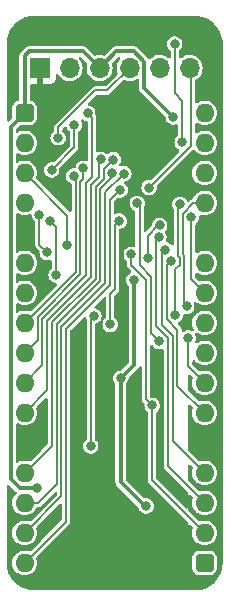
<source format=gbl>
%TF.GenerationSoftware,KiCad,Pcbnew,8.0.4*%
%TF.CreationDate,2024-08-06T09:49:06+02:00*%
%TF.ProjectId,TTL5V,54544c35-562e-46b6-9963-61645f706362,V0*%
%TF.SameCoordinates,PX6d01460PY32de760*%
%TF.FileFunction,Copper,L2,Bot*%
%TF.FilePolarity,Positive*%
%FSLAX46Y46*%
G04 Gerber Fmt 4.6, Leading zero omitted, Abs format (unit mm)*
G04 Created by KiCad (PCBNEW 8.0.4) date 2024-08-06 09:49:06*
%MOMM*%
%LPD*%
G01*
G04 APERTURE LIST*
G04 Aperture macros list*
%AMRoundRect*
0 Rectangle with rounded corners*
0 $1 Rounding radius*
0 $2 $3 $4 $5 $6 $7 $8 $9 X,Y pos of 4 corners*
0 Add a 4 corners polygon primitive as box body*
4,1,4,$2,$3,$4,$5,$6,$7,$8,$9,$2,$3,0*
0 Add four circle primitives for the rounded corners*
1,1,$1+$1,$2,$3*
1,1,$1+$1,$4,$5*
1,1,$1+$1,$6,$7*
1,1,$1+$1,$8,$9*
0 Add four rect primitives between the rounded corners*
20,1,$1+$1,$2,$3,$4,$5,0*
20,1,$1+$1,$4,$5,$6,$7,0*
20,1,$1+$1,$6,$7,$8,$9,0*
20,1,$1+$1,$8,$9,$2,$3,0*%
G04 Aperture macros list end*
%TA.AperFunction,ComponentPad*%
%ADD10R,1.700000X1.700000*%
%TD*%
%TA.AperFunction,ComponentPad*%
%ADD11O,1.700000X1.700000*%
%TD*%
%TA.AperFunction,ComponentPad*%
%ADD12RoundRect,0.400000X-0.400000X-0.400000X0.400000X-0.400000X0.400000X0.400000X-0.400000X0.400000X0*%
%TD*%
%TA.AperFunction,ComponentPad*%
%ADD13O,1.600000X1.600000*%
%TD*%
%TA.AperFunction,ComponentPad*%
%ADD14R,1.600000X1.600000*%
%TD*%
%TA.AperFunction,ViaPad*%
%ADD15C,0.800000*%
%TD*%
%TA.AperFunction,Conductor*%
%ADD16C,0.380000*%
%TD*%
%TA.AperFunction,Conductor*%
%ADD17C,0.200000*%
%TD*%
G04 APERTURE END LIST*
D10*
%TO.P,J2,1,Pin_1*%
%TO.N,/GND*%
X1270001Y3810000D03*
D11*
%TO.P,J2,2,Pin_2*%
%TO.N,/~{CTS}*%
X3810001Y3810000D03*
%TO.P,J2,3,Pin_3*%
%TO.N,/5V*%
X6350001Y3810000D03*
%TO.P,J2,4,Pin_4*%
%TO.N,/SOUT*%
X8890001Y3810000D03*
%TO.P,J2,5,Pin_5*%
%TO.N,/SIN*%
X11430001Y3810000D03*
%TO.P,J2,6,Pin_6*%
%TO.N,/~{RTS}*%
X13970001Y3810000D03*
%TD*%
D12*
%TO.P,J1,1,Pin_1*%
%TO.N,/5V*%
X0Y0D03*
D13*
%TO.P,J1,2,Pin_2*%
%TO.N,unconnected-(J1-Pin_2-Pad2)*%
X0Y-2540000D03*
%TO.P,J1,3,Pin_3*%
%TO.N,/~{ADS}*%
X0Y-5080000D03*
%TO.P,J1,4,Pin_4*%
%TO.N,/~{CS}*%
X0Y-7620000D03*
D14*
%TO.P,J1,5,Pin_5*%
%TO.N,/GND*%
X0Y-10160000D03*
D13*
%TO.P,J1,6,Pin_6*%
%TO.N,/~{RD}*%
X0Y-12700000D03*
%TO.P,J1,7,Pin_7*%
%TO.N,/~{WD}*%
X0Y-15240000D03*
%TO.P,J1,8,Pin_8*%
%TO.N,/D7*%
X0Y-17780000D03*
%TO.P,J1,9,Pin_9*%
%TO.N,/D6*%
X0Y-20320000D03*
%TO.P,J1,10,Pin_10*%
%TO.N,/D5*%
X0Y-22860000D03*
%TO.P,J1,11,Pin_11*%
%TO.N,/D4*%
X0Y-25400000D03*
D14*
%TO.P,J1,12,Pin_12*%
%TO.N,/GND*%
X0Y-27940000D03*
D13*
%TO.P,J1,13,Pin_13*%
%TO.N,/D3*%
X0Y-30480000D03*
%TO.P,J1,14,Pin_14*%
%TO.N,/D2*%
X0Y-33020000D03*
%TO.P,J1,15,Pin_15*%
%TO.N,/D1*%
X0Y-35560000D03*
%TO.P,J1,16,Pin_16*%
%TO.N,/D0*%
X0Y-38100000D03*
D12*
%TO.P,J1,17,Pin_17*%
%TO.N,/5V*%
X15240000Y-38100000D03*
D13*
%TO.P,J1,18,Pin_18*%
%TO.N,/1.8432MHz*%
X15240000Y-35560000D03*
%TO.P,J1,19,Pin_19*%
%TO.N,/A0*%
X15240000Y-33020000D03*
%TO.P,J1,20,Pin_20*%
%TO.N,/A1*%
X15240000Y-30480000D03*
D14*
%TO.P,J1,21,Pin_21*%
%TO.N,/GND*%
X15240000Y-27940000D03*
D13*
%TO.P,J1,22,Pin_22*%
%TO.N,/A2*%
X15240000Y-25400000D03*
%TO.P,J1,23,Pin_23*%
%TO.N,/RX Ready*%
X15240000Y-22860000D03*
%TO.P,J1,24,Pin_24*%
%TO.N,/TX Ready*%
X15240000Y-20320000D03*
%TO.P,J1,25,Pin_25*%
%TO.N,/~{OUT2}*%
X15240000Y-17780000D03*
%TO.P,J1,26,Pin_26*%
%TO.N,/~{OUT1}*%
X15240000Y-15240000D03*
%TO.P,J1,27,Pin_27*%
%TO.N,/~{INT}*%
X15240000Y-12700000D03*
D14*
%TO.P,J1,28,Pin_28*%
%TO.N,/GND*%
X15240000Y-10160000D03*
D13*
%TO.P,J1,29,Pin_29*%
%TO.N,/~{Reset}*%
X15240000Y-7620000D03*
%TO.P,J1,30,Pin_30*%
%TO.N,unconnected-(J1-Pin_30-Pad30)*%
X15240000Y-5080000D03*
%TO.P,J1,31,Pin_31*%
%TO.N,unconnected-(J1-Pin_31-Pad31)*%
X15240000Y-2540000D03*
%TO.P,J1,32,Pin_32*%
%TO.N,unconnected-(J1-Pin_32-Pad32)*%
X15240000Y0D03*
%TD*%
D15*
%TO.N,/5V*%
X12585000Y-350697D03*
X1015992Y-31750000D03*
%TO.N,/GND*%
X7112000Y-29718000D03*
X10033000Y-30607000D03*
X7728031Y-19793035D03*
X11176000Y-508000D03*
X10125717Y-3937000D03*
X9271000Y-23096998D03*
X7966084Y-15821969D03*
X8382000Y-11176000D03*
X9271000Y-6477000D03*
%TO.N,/RX Ready*%
X13843000Y-19050002D03*
%TO.N,/D0*%
X8074100Y-6519128D03*
%TO.N,/D1*%
X8396952Y-5135615D03*
%TO.N,/D2*%
X7395555Y-5115551D03*
%TO.N,/D3*%
X7500950Y-3952189D03*
%TO.N,/D4*%
X6451231Y-3927772D03*
%TO.N,/D5*%
X5339637Y-31985D03*
%TO.N,/D6*%
X4965000Y-4682840D03*
%TO.N,/D7*%
X4142358Y-5335348D03*
%TO.N,/~{ADS}*%
X3618000Y-11176000D03*
%TO.N,/~{CTS}*%
X13335002Y-2495336D03*
X12700000Y5842000D03*
%TO.N,/~{RTS}*%
X10530293Y-6317337D03*
%TO.N,/SOUT*%
X2838640Y-2091786D03*
%TO.N,Net-(IC2-RCLK)*%
X2285994Y-4826000D03*
X4191000Y-1016000D03*
%TO.N,/~{WD}*%
X2667000Y-13716000D03*
X2159000Y-9144000D03*
%TO.N,/A2*%
X12375234Y-12558081D03*
%TO.N,/A1*%
X11887715Y-11566400D03*
%TO.N,/A0*%
X11355390Y-10528169D03*
%TO.N,/Reset*%
X12751444Y-17133000D03*
X13146356Y-7736586D03*
%TO.N,/3.3V*%
X10287000Y-33274000D03*
X9234309Y-14133691D03*
X8121000Y-22479002D03*
%TO.N,/1.8432MHz*%
X10795002Y-24765000D03*
X1256642Y-8636000D03*
X1905000Y-11811000D03*
X9017000Y-11972000D03*
%TO.N,/~{TXRDY}*%
X9511781Y-7641870D03*
X11382736Y-19339075D03*
%TO.N,/~{RXRDY}*%
X8005327Y-9148327D03*
X7239002Y-17907000D03*
%TO.N,/INT*%
X11430002Y-9524998D03*
X10425670Y-12253493D03*
%TO.N,/~{OUT1}*%
X14126267Y-8825204D03*
%TO.N,/~{Reset}*%
X5588000Y-28194000D03*
X5861066Y-17192021D03*
X13716000Y-16383000D03*
%TD*%
D16*
%TO.N,/5V*%
X0Y4826000D02*
X0Y0D01*
X7747000Y5207000D02*
X9246626Y5207000D01*
X0Y0D02*
X-1190000Y-1190000D01*
X6350000Y3810000D02*
X4953000Y5207000D01*
X-1190000Y-1190000D02*
X-1190000Y-30972915D01*
X4953000Y5207000D02*
X381000Y5207000D01*
X-412915Y-31750000D02*
X1015992Y-31750000D01*
X-1190000Y-30972915D02*
X-412915Y-31750000D01*
X6350000Y3810000D02*
X7747000Y5207000D01*
X10130001Y4323625D02*
X10130001Y2104302D01*
X381000Y5207000D02*
X0Y4826000D01*
X10130001Y2104302D02*
X12585000Y-350697D01*
X9246626Y5207000D02*
X10130001Y4323625D01*
%TO.N,/GND*%
X8721781Y-7969099D02*
X9017000Y-8264318D01*
X10125717Y-3937000D02*
X11176000Y-2886717D01*
X7112000Y-20409066D02*
X7728031Y-19793035D01*
X16430000Y-26750000D02*
X15240000Y-27940000D01*
X10033000Y-30607000D02*
X9271000Y-29845000D01*
X8079003Y-15934888D02*
X7966084Y-15821969D01*
X9017000Y-10795000D02*
X8636000Y-11176000D01*
X8636000Y-11176000D02*
X8382000Y-11176000D01*
X15240000Y-10160000D02*
X16430000Y-11350000D01*
X8382000Y-11176000D02*
X8227000Y-11331000D01*
X11176000Y-2886717D02*
X11176000Y-508000D01*
X16430000Y-11350000D02*
X16430000Y-26750000D01*
X8227000Y-11331000D02*
X8227000Y-15561053D01*
X9017000Y-8264318D02*
X9017000Y-10795000D01*
X7728031Y-19793035D02*
X8079003Y-19442063D01*
X9271000Y-6477000D02*
X8721781Y-7026219D01*
X8079003Y-19442063D02*
X8079003Y-15934888D01*
X9271000Y-29845000D02*
X9271000Y-23096998D01*
X8227000Y-15561053D02*
X7966084Y-15821969D01*
X8721781Y-7026219D02*
X8721781Y-7969099D01*
X7112000Y-29718000D02*
X7112000Y-20409066D01*
D17*
%TO.N,/RX Ready*%
X13843000Y-21463000D02*
X13843000Y-19050002D01*
X15240000Y-22860000D02*
X13843000Y-21463000D01*
%TO.N,/D0*%
X7220000Y-14554686D02*
X7220000Y-7373228D01*
X0Y-38100000D02*
X3505000Y-34595000D01*
X3505000Y-34595000D02*
X3505000Y-18269686D01*
X7220000Y-7373228D02*
X8074100Y-6519128D01*
X3505000Y-18269686D02*
X7220000Y-14554686D01*
%TO.N,/D1*%
X3105000Y-18104000D02*
X6807000Y-14402000D01*
X3105000Y-32455000D02*
X3105000Y-18104000D01*
X6807000Y-14402000D02*
X6807000Y-6725567D01*
X6807000Y-6725567D02*
X8396952Y-5135615D01*
X0Y-35560000D02*
X3105000Y-32455000D01*
%TO.N,/D2*%
X2705000Y-17903430D02*
X6407000Y-14201430D01*
X0Y-33020000D02*
X1131370Y-33020000D01*
X1131370Y-33020000D02*
X2705000Y-31446370D01*
X7395555Y-5452849D02*
X7395555Y-5115551D01*
X6407000Y-6441404D02*
X7395555Y-5452849D01*
X6407000Y-14201430D02*
X6407000Y-6441404D01*
X2705000Y-31446370D02*
X2705000Y-17903430D01*
%TO.N,/D3*%
X6686978Y-4766161D02*
X7500950Y-3952189D01*
X2305000Y-28175000D02*
X2305000Y-17737744D01*
X6007000Y-6275718D02*
X6686978Y-5595740D01*
X0Y-30480000D02*
X2305000Y-28175000D01*
X2305000Y-17737744D02*
X6007000Y-14035744D01*
X6686978Y-5595740D02*
X6686978Y-4766161D01*
X6007000Y-14035744D02*
X6007000Y-6275718D01*
%TO.N,/D4*%
X0Y-25400000D02*
X1905000Y-23495000D01*
X1905000Y-17572058D02*
X5607000Y-13870058D01*
X6286978Y-5430055D02*
X6286978Y-4092025D01*
X1905000Y-23495000D02*
X1905000Y-17572058D01*
X5607000Y-13870058D02*
X5607000Y-6110033D01*
X6286978Y-4092025D02*
X6451231Y-3927772D01*
X5607000Y-6110033D02*
X6286978Y-5430055D01*
%TO.N,/D5*%
X1500000Y-17411372D02*
X1500000Y-21360000D01*
X5339637Y-31985D02*
X5715000Y-407348D01*
X1500000Y-21360000D02*
X0Y-22860000D01*
X5715000Y-5436346D02*
X5207000Y-5944346D01*
X5715000Y-407348D02*
X5715000Y-5436346D01*
X5207000Y-13704372D02*
X1500000Y-17411372D01*
X5207000Y-5944346D02*
X5207000Y-13704372D01*
%TO.N,/D6*%
X1100000Y-19220000D02*
X1100000Y-17245686D01*
X4718000Y-5867661D02*
X4965000Y-5620661D01*
X4718000Y-13627686D02*
X4718000Y-5867661D01*
X0Y-20320000D02*
X1100000Y-19220000D01*
X1100000Y-17245686D02*
X4718000Y-13627686D01*
X4965000Y-5620661D02*
X4965000Y-4682840D01*
%TO.N,/D7*%
X4318000Y-5510990D02*
X4142358Y-5335348D01*
X4318000Y-13462000D02*
X4318000Y-5510990D01*
X0Y-17780000D02*
X4318000Y-13462000D01*
%TO.N,/~{ADS}*%
X0Y-5080000D02*
X3618000Y-8698000D01*
X3618000Y-8698000D02*
X3618000Y-11176000D01*
%TO.N,/~{CTS}*%
X13335000Y-2495334D02*
X13335002Y-2495336D01*
X12700000Y1651000D02*
X13335000Y1016000D01*
X12700000Y5842000D02*
X12700000Y1651000D01*
X13335000Y1016000D02*
X13335000Y-2495334D01*
%TO.N,/~{RTS}*%
X14085001Y-2762629D02*
X10530293Y-6317337D01*
X14085001Y3695000D02*
X14085001Y-2762629D01*
%TO.N,/SOUT*%
X5969000Y1905000D02*
X2838640Y-1225360D01*
X6985001Y1905000D02*
X5969000Y1905000D01*
X2838640Y-1225360D02*
X2838640Y-2091786D01*
X8890001Y3810000D02*
X6985001Y1905000D01*
%TO.N,Net-(IC2-RCLK)*%
X4191000Y-1016000D02*
X4191000Y-2920994D01*
X4191000Y-2920994D02*
X2285994Y-4826000D01*
%TO.N,/~{WD}*%
X2159000Y-9144000D02*
X2667000Y-9652000D01*
X2667000Y-9652000D02*
X2667000Y-13716000D01*
%TO.N,/A2*%
X12932736Y-23092736D02*
X12932736Y-18374953D01*
X12025234Y-17467451D02*
X12025234Y-12908081D01*
X12025234Y-12908081D02*
X12375234Y-12558081D01*
X15240000Y-25400000D02*
X12932736Y-23092736D01*
X12932736Y-18374953D02*
X12025234Y-17467451D01*
%TO.N,/A1*%
X11625234Y-17955226D02*
X11625234Y-11828881D01*
X12532736Y-27772736D02*
X12532736Y-18862728D01*
X12532736Y-18862728D02*
X11625234Y-17955226D01*
X11625234Y-11828881D02*
X11887715Y-11566400D01*
X15240000Y-30480000D02*
X12532736Y-27772736D01*
%TO.N,/A0*%
X12132736Y-19028414D02*
X11137715Y-18033393D01*
X12132736Y-29912736D02*
X12132736Y-19028414D01*
X11137715Y-18033393D02*
X11137715Y-10745844D01*
X15240000Y-33020000D02*
X12132736Y-29912736D01*
X11137715Y-10745844D02*
X11355390Y-10528169D01*
%TO.N,/Reset*%
X13125234Y-12247420D02*
X13125234Y-12868742D01*
X12751444Y-13242532D02*
X12751444Y-17133000D01*
X12970272Y-12092458D02*
X13125234Y-12247420D01*
X13125234Y-12868742D02*
X12751444Y-13242532D01*
X13146356Y-7736586D02*
X12970272Y-7912670D01*
X12970272Y-7912670D02*
X12970272Y-12092458D01*
D16*
%TO.N,/3.3V*%
X10287000Y-33274000D02*
X10160000Y-33274000D01*
X8121000Y-22479002D02*
X9271000Y-21329002D01*
X10160000Y-33274000D02*
X8121000Y-31235000D01*
X9271000Y-21329002D02*
X9271000Y-14170382D01*
X9271000Y-14170382D02*
X9234309Y-14133691D01*
X8121000Y-31235000D02*
X8121000Y-22479002D01*
D17*
%TO.N,/1.8432MHz*%
X1256642Y-8636000D02*
X1256642Y-11162642D01*
X10795002Y-31115002D02*
X10795002Y-24765000D01*
X9017000Y-12855720D02*
X10270272Y-14108992D01*
X1256642Y-11162642D02*
X1905000Y-11811000D01*
X9017000Y-11972000D02*
X9017000Y-12855720D01*
X10270272Y-14108992D02*
X10270272Y-24240270D01*
X15240000Y-35560000D02*
X10795002Y-31115002D01*
X10270272Y-24240270D02*
X10795002Y-24765000D01*
%TO.N,/~{TXRDY}*%
X9725670Y-12900670D02*
X10670272Y-13845272D01*
X10670272Y-18626611D02*
X11382736Y-19339075D01*
X9725670Y-7855759D02*
X9725670Y-12900670D01*
X10670272Y-13845272D02*
X10670272Y-18626611D01*
X9511781Y-7641870D02*
X9725670Y-7855759D01*
%TO.N,/~{RXRDY}*%
X7239002Y-15322335D02*
X7239002Y-17907000D01*
X7632000Y-9521654D02*
X7632000Y-14929337D01*
X8005327Y-9148327D02*
X7632000Y-9521654D01*
X7632000Y-14929337D02*
X7239002Y-15322335D01*
%TO.N,/INT*%
X11316871Y-9524998D02*
X11430002Y-9524998D01*
X10425670Y-12253493D02*
X10425670Y-10416199D01*
X10425670Y-10416199D02*
X11316871Y-9524998D01*
%TO.N,/~{OUT1}*%
X14097000Y-8854471D02*
X14097000Y-14097000D01*
X14126267Y-8825204D02*
X14097000Y-8854471D01*
X14097000Y-14097000D02*
X15240000Y-15240000D01*
%TO.N,/~{Reset}*%
X13525234Y-16192234D02*
X13716000Y-16383000D01*
X13370272Y-8541623D02*
X13370272Y-11926772D01*
X14291895Y-7620000D02*
X13370272Y-8541623D01*
X5588000Y-28194000D02*
X5588000Y-17465087D01*
X13525234Y-12081734D02*
X13525234Y-16192234D01*
X13370272Y-11926772D02*
X13525234Y-12081734D01*
X15240000Y-7620000D02*
X14291895Y-7620000D01*
X5588000Y-17465087D02*
X5861066Y-17192021D01*
%TD*%
%TA.AperFunction,Conductor*%
%TO.N,/GND*%
G36*
X-1318753Y-31467569D02*
G01*
X-1312275Y-31473601D01*
X-714560Y-32071316D01*
X-681075Y-32132639D01*
X-686059Y-32202331D01*
X-723574Y-32254849D01*
X-746412Y-32273592D01*
X-877683Y-32433546D01*
X-975231Y-32616043D01*
X-1035301Y-32814067D01*
X-1055583Y-33020000D01*
X-1035301Y-33225932D01*
X-1005266Y-33324944D01*
X-975232Y-33423954D01*
X-877685Y-33606450D01*
X-877683Y-33606452D01*
X-746411Y-33766410D01*
X-649791Y-33845702D01*
X-586450Y-33897685D01*
X-403954Y-33995232D01*
X-205934Y-34055300D01*
X-205935Y-34055300D01*
X-187471Y-34057118D01*
X0Y-34075583D01*
X205934Y-34055300D01*
X403954Y-33995232D01*
X586450Y-33897685D01*
X746410Y-33766410D01*
X877685Y-33606450D01*
X968769Y-33436046D01*
X1017732Y-33386202D01*
X1078127Y-33370500D01*
X1177512Y-33370500D01*
X1177514Y-33370500D01*
X1266658Y-33346614D01*
X1346582Y-33300470D01*
X1397000Y-33250052D01*
X1397000Y-33667316D01*
X514508Y-34549808D01*
X453185Y-34583293D01*
X390833Y-34580788D01*
X205934Y-34524700D01*
X205932Y-34524699D01*
X205934Y-34524699D01*
X0Y-34504417D01*
X-205933Y-34524699D01*
X-381308Y-34577898D01*
X-399091Y-34583293D01*
X-403957Y-34584769D01*
X-509423Y-34641143D01*
X-586450Y-34682315D01*
X-586452Y-34682316D01*
X-586453Y-34682317D01*
X-746411Y-34813589D01*
X-877683Y-34973547D01*
X-975231Y-35156043D01*
X-1035301Y-35354067D01*
X-1055583Y-35560000D01*
X-1035301Y-35765932D01*
X-1035300Y-35765934D01*
X-975232Y-35963954D01*
X-877685Y-36146450D01*
X-877683Y-36146452D01*
X-746411Y-36306410D01*
X-649791Y-36385702D01*
X-586450Y-36437685D01*
X-403954Y-36535232D01*
X-205934Y-36595300D01*
X-205935Y-36595300D01*
X-187471Y-36597118D01*
X0Y-36615583D01*
X205934Y-36595300D01*
X403954Y-36535232D01*
X586450Y-36437685D01*
X746410Y-36306410D01*
X877685Y-36146450D01*
X975232Y-35963954D01*
X1035300Y-35765934D01*
X1055583Y-35560000D01*
X1035300Y-35354066D01*
X979210Y-35169163D01*
X978588Y-35099298D01*
X1010189Y-35045491D01*
X1397000Y-34658681D01*
X1397000Y-36207316D01*
X514508Y-37089808D01*
X453185Y-37123293D01*
X390833Y-37120788D01*
X205934Y-37064700D01*
X205932Y-37064699D01*
X205934Y-37064699D01*
X0Y-37044417D01*
X-205933Y-37064699D01*
X-381308Y-37117898D01*
X-399091Y-37123293D01*
X-403957Y-37124769D01*
X-514102Y-37183643D01*
X-586450Y-37222315D01*
X-586452Y-37222316D01*
X-586453Y-37222317D01*
X-746411Y-37353589D01*
X-877683Y-37513547D01*
X-975231Y-37696043D01*
X-1035301Y-37894067D01*
X-1055583Y-38100000D01*
X-1035301Y-38305932D01*
X-1035300Y-38305934D01*
X-975232Y-38503954D01*
X-877685Y-38686450D01*
X-877683Y-38686452D01*
X-746411Y-38846410D01*
X-649791Y-38925702D01*
X-586450Y-38977685D01*
X-403954Y-39075232D01*
X-205934Y-39135300D01*
X-205935Y-39135300D01*
X-187471Y-39137118D01*
X0Y-39155583D01*
X205934Y-39135300D01*
X403954Y-39075232D01*
X586450Y-38977685D01*
X746410Y-38846410D01*
X877685Y-38686450D01*
X975232Y-38503954D01*
X1035300Y-38305934D01*
X1055583Y-38100000D01*
X1035300Y-37894066D01*
X979210Y-37709163D01*
X978588Y-37639298D01*
X1010189Y-37585491D01*
X1397000Y-37198681D01*
X1397000Y-40420784D01*
X752964Y-40420784D01*
X741218Y-40420226D01*
X683462Y-40414729D01*
X472969Y-40394698D01*
X458176Y-40392382D01*
X195001Y-40334716D01*
X180594Y-40330634D01*
X-73719Y-40241663D01*
X-87528Y-40235874D01*
X-329258Y-40116901D01*
X-342270Y-40109489D01*
X-567895Y-39962245D01*
X-579917Y-39953320D01*
X-786150Y-39779955D01*
X-797010Y-39769645D01*
X-980844Y-39572681D01*
X-990381Y-39561137D01*
X-1149137Y-39343447D01*
X-1157213Y-39330838D01*
X-1255076Y-39155583D01*
X-1288567Y-39095607D01*
X-1295056Y-39082135D01*
X-1397110Y-38832758D01*
X-1401927Y-38818603D01*
X-1473172Y-38558760D01*
X-1476250Y-38544124D01*
X-1515657Y-38277578D01*
X-1516947Y-38262663D01*
X-1521170Y-38100000D01*
X-1523914Y-37994274D01*
X-1523956Y-37991056D01*
X-1523956Y-37983649D01*
X-1523882Y-37979371D01*
X-1523629Y-37972054D01*
X-1522582Y-37941695D01*
X-1522583Y-37941694D01*
X-1522740Y-37940574D01*
X-1523956Y-37923251D01*
X-1523956Y-31561282D01*
X-1504271Y-31494243D01*
X-1451467Y-31448488D01*
X-1382309Y-31438544D01*
X-1318753Y-31467569D01*
G37*
%TD.AperFunction*%
%TA.AperFunction,Conductor*%
G36*
X1397000Y-28587316D02*
G01*
X514508Y-29469808D01*
X453185Y-29503293D01*
X390833Y-29500788D01*
X205934Y-29444700D01*
X205932Y-29444699D01*
X205934Y-29444699D01*
X0Y-29424417D01*
X-205933Y-29444699D01*
X-403959Y-29504769D01*
X-567047Y-29591943D01*
X-635449Y-29606185D01*
X-700693Y-29581185D01*
X-742064Y-29524880D01*
X-749500Y-29482585D01*
X-749500Y-26397414D01*
X-729815Y-26330375D01*
X-677011Y-26284620D01*
X-607853Y-26274676D01*
X-567050Y-26288054D01*
X-403954Y-26375232D01*
X-205934Y-26435300D01*
X-205935Y-26435300D01*
X-187471Y-26437118D01*
X0Y-26455583D01*
X205934Y-26435300D01*
X403954Y-26375232D01*
X586450Y-26277685D01*
X746410Y-26146410D01*
X877685Y-25986450D01*
X975232Y-25803954D01*
X1035300Y-25605934D01*
X1055583Y-25400000D01*
X1035300Y-25194066D01*
X979210Y-25009163D01*
X978588Y-24939298D01*
X1010189Y-24885491D01*
X1397000Y-24498681D01*
X1397000Y-28587316D01*
G37*
%TD.AperFunction*%
%TA.AperFunction,Conductor*%
G36*
X-567050Y-8508054D02*
G01*
X-403954Y-8595232D01*
X-205934Y-8655300D01*
X-205935Y-8655300D01*
X-187471Y-8657118D01*
X0Y-8675583D01*
X205934Y-8655300D01*
X403954Y-8595232D01*
X424963Y-8584002D01*
X493361Y-8569758D01*
X558606Y-8594756D01*
X599979Y-8651059D01*
X606513Y-8678412D01*
X620405Y-8792819D01*
X676422Y-8940523D01*
X676423Y-8940524D01*
X766159Y-9070531D01*
X826751Y-9124210D01*
X864368Y-9157535D01*
X901495Y-9216723D01*
X906142Y-9250350D01*
X906142Y-11208786D01*
X923005Y-11271717D01*
X930028Y-11297929D01*
X930029Y-11297932D01*
X976169Y-11377850D01*
X976173Y-11377855D01*
X1224309Y-11625991D01*
X1257794Y-11687314D01*
X1259724Y-11728617D01*
X1249722Y-11810999D01*
X1249722Y-11811000D01*
X1268762Y-11967818D01*
X1324031Y-12113547D01*
X1324780Y-12115523D01*
X1397000Y-12220152D01*
X1397000Y-15887316D01*
X514508Y-16769808D01*
X453185Y-16803293D01*
X390833Y-16800788D01*
X205934Y-16744700D01*
X205932Y-16744699D01*
X205934Y-16744699D01*
X0Y-16724417D01*
X-205933Y-16744699D01*
X-403959Y-16804769D01*
X-567047Y-16891943D01*
X-635449Y-16906185D01*
X-700693Y-16881185D01*
X-742064Y-16824880D01*
X-749500Y-16782585D01*
X-749500Y-16237414D01*
X-729815Y-16170375D01*
X-677011Y-16124620D01*
X-607853Y-16114676D01*
X-567050Y-16128054D01*
X-403954Y-16215232D01*
X-205934Y-16275300D01*
X-205935Y-16275300D01*
X-187471Y-16277118D01*
X0Y-16295583D01*
X205934Y-16275300D01*
X403954Y-16215232D01*
X586450Y-16117685D01*
X746410Y-15986410D01*
X877685Y-15826450D01*
X975232Y-15643954D01*
X1035300Y-15445934D01*
X1055583Y-15240000D01*
X1035300Y-15034066D01*
X975232Y-14836046D01*
X877685Y-14653550D01*
X825702Y-14590209D01*
X746410Y-14493589D01*
X628677Y-14396969D01*
X586450Y-14362315D01*
X403954Y-14264768D01*
X205934Y-14204700D01*
X205932Y-14204699D01*
X205934Y-14204699D01*
X0Y-14184417D01*
X-205933Y-14204699D01*
X-403959Y-14264769D01*
X-567047Y-14351943D01*
X-635449Y-14366185D01*
X-700693Y-14341185D01*
X-742064Y-14284880D01*
X-749500Y-14242585D01*
X-749500Y-13697414D01*
X-729815Y-13630375D01*
X-677011Y-13584620D01*
X-607853Y-13574676D01*
X-567050Y-13588054D01*
X-403954Y-13675232D01*
X-205934Y-13735300D01*
X-205935Y-13735300D01*
X-187471Y-13737118D01*
X0Y-13755583D01*
X205934Y-13735300D01*
X403954Y-13675232D01*
X586450Y-13577685D01*
X746410Y-13446410D01*
X877685Y-13286450D01*
X975232Y-13103954D01*
X1035300Y-12905934D01*
X1055583Y-12700000D01*
X1035300Y-12494066D01*
X975232Y-12296046D01*
X877685Y-12113550D01*
X758087Y-11967818D01*
X746410Y-11953589D01*
X628677Y-11856969D01*
X586450Y-11822315D01*
X403954Y-11724768D01*
X205934Y-11664700D01*
X205932Y-11664699D01*
X205934Y-11664699D01*
X0Y-11644417D01*
X-205933Y-11664699D01*
X-403959Y-11724769D01*
X-567047Y-11811943D01*
X-635449Y-11826185D01*
X-700693Y-11801185D01*
X-742064Y-11744880D01*
X-749500Y-11702585D01*
X-749500Y-8617414D01*
X-729815Y-8550375D01*
X-677011Y-8504620D01*
X-607853Y-8494676D01*
X-567050Y-8508054D01*
G37*
%TD.AperFunction*%
%TA.AperFunction,Conductor*%
G36*
X1397000Y-5981318D02*
G01*
X1010191Y-5594509D01*
X976706Y-5533186D01*
X979210Y-5470837D01*
X1035300Y-5285934D01*
X1055583Y-5080000D01*
X1035300Y-4874066D01*
X975232Y-4676046D01*
X877685Y-4493550D01*
X793911Y-4391470D01*
X746410Y-4333589D01*
X599840Y-4213304D01*
X586450Y-4202315D01*
X403954Y-4104768D01*
X205934Y-4044700D01*
X205932Y-4044699D01*
X205934Y-4044699D01*
X0Y-4024417D01*
X-205933Y-4044699D01*
X-403959Y-4104769D01*
X-567047Y-4191943D01*
X-635449Y-4206185D01*
X-700693Y-4181185D01*
X-742064Y-4124880D01*
X-749500Y-4082585D01*
X-749500Y-3537414D01*
X-729815Y-3470375D01*
X-677011Y-3424620D01*
X-607853Y-3414676D01*
X-567050Y-3428054D01*
X-403954Y-3515232D01*
X-205934Y-3575300D01*
X-205935Y-3575300D01*
X-187471Y-3577118D01*
X0Y-3595583D01*
X205934Y-3575300D01*
X403954Y-3515232D01*
X586450Y-3417685D01*
X746410Y-3286410D01*
X877685Y-3126450D01*
X975232Y-2943954D01*
X1035300Y-2745934D01*
X1055583Y-2540000D01*
X1035300Y-2334066D01*
X975232Y-2136046D01*
X877685Y-1953550D01*
X825702Y-1890209D01*
X746410Y-1793589D01*
X628677Y-1696969D01*
X586450Y-1662315D01*
X403954Y-1564768D01*
X205934Y-1504700D01*
X205932Y-1504699D01*
X205934Y-1504699D01*
X0Y-1484417D01*
X-205933Y-1504699D01*
X-403959Y-1564769D01*
X-567047Y-1651943D01*
X-635449Y-1666185D01*
X-700693Y-1641185D01*
X-742064Y-1584880D01*
X-749500Y-1542585D01*
X-749500Y-1423823D01*
X-729815Y-1356784D01*
X-713181Y-1336142D01*
X-463858Y-1086819D01*
X-402535Y-1053334D01*
X-376177Y-1050500D01*
X465686Y-1050500D01*
X465694Y-1050500D01*
X502569Y-1047598D01*
X502571Y-1047597D01*
X502573Y-1047597D01*
X544191Y-1035505D01*
X660398Y-1001744D01*
X801865Y-918081D01*
X918081Y-801865D01*
X1001744Y-660398D01*
X1047598Y-502569D01*
X1050500Y-465694D01*
X1050500Y465694D01*
X1047598Y502569D01*
X1001744Y660398D01*
X918081Y801865D01*
X918079Y801867D01*
X918076Y801871D01*
X801870Y918077D01*
X801862Y918083D01*
X660396Y1001745D01*
X660393Y1001747D01*
X529905Y1039657D01*
X471019Y1077263D01*
X441813Y1140736D01*
X440500Y1158733D01*
X440500Y2010000D01*
X1397000Y2010000D01*
X1397000Y-5981318D01*
G37*
%TD.AperFunction*%
%TA.AperFunction,Conductor*%
G36*
X-440500Y1158733D02*
G01*
X-460185Y1091694D01*
X-512989Y1045939D01*
X-529905Y1039657D01*
X-660394Y1001747D01*
X-660397Y1001745D01*
X-801863Y918083D01*
X-801871Y918077D01*
X-918077Y801871D01*
X-918083Y801863D01*
X-1001745Y660397D01*
X-1001746Y660394D01*
X-1047598Y502574D01*
X-1047599Y502568D01*
X-1050500Y465702D01*
X-1050500Y-376177D01*
X-1070185Y-443216D01*
X-1086819Y-463858D01*
X-1312275Y-689314D01*
X-1373598Y-722799D01*
X-1443290Y-717815D01*
X-1499223Y-675943D01*
X-1523640Y-610479D01*
X-1523956Y-601633D01*
X-1523956Y2010000D01*
X-440500Y2010000D01*
X-440500Y1158733D01*
G37*
%TD.AperFunction*%
%TD*%
%TA.AperFunction,Conductor*%
%TO.N,/GND*%
G36*
X16771044Y-38143859D02*
G01*
X16770486Y-38155608D01*
X16744956Y-38423851D01*
X16742640Y-38438644D01*
X16684972Y-38701814D01*
X16680889Y-38716221D01*
X16591915Y-38970533D01*
X16586126Y-38984342D01*
X16467155Y-39226059D01*
X16459744Y-39239071D01*
X16312494Y-39464700D01*
X16303568Y-39476722D01*
X16130207Y-39682943D01*
X16119897Y-39693802D01*
X15922931Y-39877635D01*
X15911387Y-39887173D01*
X15693705Y-40045918D01*
X15681096Y-40053994D01*
X15445869Y-40185341D01*
X15432378Y-40191839D01*
X15183028Y-40293877D01*
X15168853Y-40298701D01*
X14909020Y-40369941D01*
X14894365Y-40373021D01*
X14627843Y-40412420D01*
X14612926Y-40413711D01*
X14341925Y-40420742D01*
X14338709Y-40420784D01*
X14333908Y-40420784D01*
X14329635Y-40420710D01*
X14291958Y-40419410D01*
X14290829Y-40419570D01*
X14273522Y-40420784D01*
X13967000Y-40420784D01*
X13899961Y-40401099D01*
X13854206Y-40348295D01*
X13843000Y-40296784D01*
X13843000Y-37634298D01*
X14189500Y-37634298D01*
X14189500Y-38565701D01*
X14192401Y-38602567D01*
X14192402Y-38602573D01*
X14238254Y-38760393D01*
X14238255Y-38760396D01*
X14321917Y-38901862D01*
X14321923Y-38901870D01*
X14438129Y-39018076D01*
X14438133Y-39018079D01*
X14438135Y-39018081D01*
X14579602Y-39101744D01*
X14621224Y-39113836D01*
X14737426Y-39147597D01*
X14737429Y-39147597D01*
X14737431Y-39147598D01*
X14774306Y-39150500D01*
X14774314Y-39150500D01*
X15705686Y-39150500D01*
X15705694Y-39150500D01*
X15742569Y-39147598D01*
X15742571Y-39147597D01*
X15742573Y-39147597D01*
X15784191Y-39135505D01*
X15900398Y-39101744D01*
X16041865Y-39018081D01*
X16158081Y-38901865D01*
X16241744Y-38760398D01*
X16287598Y-38602569D01*
X16290500Y-38565694D01*
X16290500Y-37634306D01*
X16287598Y-37597431D01*
X16241744Y-37439602D01*
X16158081Y-37298135D01*
X16158079Y-37298133D01*
X16158076Y-37298129D01*
X16041870Y-37181923D01*
X16041862Y-37181917D01*
X15900396Y-37098255D01*
X15900393Y-37098254D01*
X15742573Y-37052402D01*
X15742567Y-37052401D01*
X15705701Y-37049500D01*
X15705694Y-37049500D01*
X14774306Y-37049500D01*
X14774298Y-37049500D01*
X14737432Y-37052401D01*
X14737426Y-37052402D01*
X14579606Y-37098254D01*
X14579603Y-37098255D01*
X14438137Y-37181917D01*
X14438129Y-37181923D01*
X14321923Y-37298129D01*
X14321917Y-37298137D01*
X14238255Y-37439603D01*
X14238254Y-37439606D01*
X14192402Y-37597426D01*
X14192401Y-37597432D01*
X14189500Y-37634298D01*
X13843000Y-37634298D01*
X13843000Y-34958044D01*
X13862685Y-34891005D01*
X13915489Y-34845250D01*
X13984647Y-34835306D01*
X14048203Y-34864331D01*
X14054681Y-34870363D01*
X14229808Y-35045490D01*
X14263293Y-35106813D01*
X14260788Y-35169166D01*
X14204699Y-35354067D01*
X14184417Y-35560000D01*
X14204699Y-35765932D01*
X14204700Y-35765934D01*
X14264768Y-35963954D01*
X14362315Y-36146450D01*
X14362317Y-36146452D01*
X14493589Y-36306410D01*
X14590209Y-36385702D01*
X14653550Y-36437685D01*
X14836046Y-36535232D01*
X15034066Y-36595300D01*
X15034065Y-36595300D01*
X15052529Y-36597118D01*
X15240000Y-36615583D01*
X15445934Y-36595300D01*
X15643954Y-36535232D01*
X15826450Y-36437685D01*
X15986410Y-36306410D01*
X16117685Y-36146450D01*
X16215232Y-35963954D01*
X16275300Y-35765934D01*
X16295583Y-35560000D01*
X16275300Y-35354066D01*
X16215232Y-35156046D01*
X16117685Y-34973550D01*
X16065702Y-34910209D01*
X15986410Y-34813589D01*
X15826452Y-34682317D01*
X15826453Y-34682317D01*
X15826450Y-34682315D01*
X15643954Y-34584768D01*
X15445934Y-34524700D01*
X15445932Y-34524699D01*
X15445934Y-34524699D01*
X15240000Y-34504417D01*
X15034067Y-34524699D01*
X14849166Y-34580788D01*
X14779299Y-34581411D01*
X14725490Y-34549808D01*
X13879319Y-33703637D01*
X13845834Y-33642314D01*
X13843000Y-33615956D01*
X13843000Y-32418044D01*
X13862685Y-32351005D01*
X13915489Y-32305250D01*
X13984647Y-32295306D01*
X14048203Y-32324331D01*
X14054681Y-32330363D01*
X14229808Y-32505490D01*
X14263293Y-32566813D01*
X14260788Y-32629166D01*
X14204699Y-32814067D01*
X14184417Y-33020000D01*
X14204699Y-33225932D01*
X14204700Y-33225934D01*
X14264768Y-33423954D01*
X14362315Y-33606450D01*
X14391748Y-33642314D01*
X14493589Y-33766410D01*
X14590209Y-33845702D01*
X14653550Y-33897685D01*
X14836046Y-33995232D01*
X15034066Y-34055300D01*
X15034065Y-34055300D01*
X15052529Y-34057118D01*
X15240000Y-34075583D01*
X15445934Y-34055300D01*
X15643954Y-33995232D01*
X15826450Y-33897685D01*
X15986410Y-33766410D01*
X16117685Y-33606450D01*
X16215232Y-33423954D01*
X16275300Y-33225934D01*
X16295583Y-33020000D01*
X16275300Y-32814066D01*
X16215232Y-32616046D01*
X16117685Y-32433550D01*
X16065702Y-32370209D01*
X15986410Y-32273589D01*
X15826452Y-32142317D01*
X15826453Y-32142317D01*
X15826450Y-32142315D01*
X15643954Y-32044768D01*
X15445934Y-31984700D01*
X15445932Y-31984699D01*
X15445934Y-31984699D01*
X15240000Y-31964417D01*
X15034067Y-31984699D01*
X14849166Y-32040788D01*
X14779299Y-32041411D01*
X14725490Y-32009808D01*
X13879319Y-31163637D01*
X13845834Y-31102314D01*
X13843000Y-31075956D01*
X13843000Y-29878044D01*
X13862685Y-29811005D01*
X13915489Y-29765250D01*
X13984647Y-29755306D01*
X14048203Y-29784331D01*
X14054681Y-29790363D01*
X14229808Y-29965490D01*
X14263293Y-30026813D01*
X14260788Y-30089166D01*
X14204699Y-30274067D01*
X14184417Y-30480000D01*
X14204699Y-30685932D01*
X14204700Y-30685934D01*
X14264768Y-30883954D01*
X14362315Y-31066450D01*
X14391748Y-31102314D01*
X14493589Y-31226410D01*
X14590209Y-31305702D01*
X14653550Y-31357685D01*
X14836046Y-31455232D01*
X15034066Y-31515300D01*
X15034065Y-31515300D01*
X15052529Y-31517118D01*
X15240000Y-31535583D01*
X15445934Y-31515300D01*
X15643954Y-31455232D01*
X15826450Y-31357685D01*
X15986410Y-31226410D01*
X16117685Y-31066450D01*
X16215232Y-30883954D01*
X16275300Y-30685934D01*
X16295583Y-30480000D01*
X16275300Y-30274066D01*
X16215232Y-30076046D01*
X16117685Y-29893550D01*
X16065702Y-29830209D01*
X15986410Y-29733589D01*
X15826452Y-29602317D01*
X15826453Y-29602317D01*
X15826450Y-29602315D01*
X15643954Y-29504768D01*
X15445934Y-29444700D01*
X15445932Y-29444699D01*
X15445934Y-29444699D01*
X15240000Y-29424417D01*
X15034067Y-29444699D01*
X14849166Y-29500788D01*
X14779299Y-29501411D01*
X14725490Y-29469808D01*
X13879319Y-28623637D01*
X13845834Y-28562314D01*
X13843000Y-28535956D01*
X13843000Y-24798044D01*
X13862685Y-24731005D01*
X13915489Y-24685250D01*
X13984647Y-24675306D01*
X14048203Y-24704331D01*
X14054681Y-24710363D01*
X14229808Y-24885490D01*
X14263293Y-24946813D01*
X14260788Y-25009166D01*
X14204699Y-25194067D01*
X14184417Y-25400000D01*
X14204699Y-25605932D01*
X14204700Y-25605934D01*
X14264768Y-25803954D01*
X14362315Y-25986450D01*
X14362317Y-25986452D01*
X14493589Y-26146410D01*
X14590209Y-26225702D01*
X14653550Y-26277685D01*
X14836046Y-26375232D01*
X15034066Y-26435300D01*
X15034065Y-26435300D01*
X15052529Y-26437118D01*
X15240000Y-26455583D01*
X15445934Y-26435300D01*
X15643954Y-26375232D01*
X15826450Y-26277685D01*
X15986410Y-26146410D01*
X16117685Y-25986450D01*
X16215232Y-25803954D01*
X16275300Y-25605934D01*
X16295583Y-25400000D01*
X16275300Y-25194066D01*
X16215232Y-24996046D01*
X16117685Y-24813550D01*
X16065702Y-24750209D01*
X15986410Y-24653589D01*
X15826452Y-24522317D01*
X15826453Y-24522317D01*
X15826450Y-24522315D01*
X15643954Y-24424768D01*
X15445934Y-24364700D01*
X15445932Y-24364699D01*
X15445934Y-24364699D01*
X15240000Y-24344417D01*
X15034067Y-24364699D01*
X14849166Y-24420788D01*
X14779299Y-24421411D01*
X14725490Y-24389808D01*
X13879319Y-23543637D01*
X13845834Y-23482314D01*
X13843000Y-23455956D01*
X13843000Y-22258043D01*
X13862685Y-22191004D01*
X13915489Y-22145249D01*
X13984647Y-22135305D01*
X14048203Y-22164330D01*
X14054681Y-22170362D01*
X14229808Y-22345489D01*
X14263293Y-22406812D01*
X14260788Y-22469165D01*
X14204699Y-22654067D01*
X14184417Y-22860000D01*
X14204699Y-23065932D01*
X14204700Y-23065934D01*
X14264768Y-23263954D01*
X14362315Y-23446450D01*
X14391748Y-23482314D01*
X14493589Y-23606410D01*
X14590209Y-23685702D01*
X14653550Y-23737685D01*
X14836046Y-23835232D01*
X15034066Y-23895300D01*
X15034065Y-23895300D01*
X15052529Y-23897118D01*
X15240000Y-23915583D01*
X15445934Y-23895300D01*
X15643954Y-23835232D01*
X15826450Y-23737685D01*
X15986410Y-23606410D01*
X16117685Y-23446450D01*
X16215232Y-23263954D01*
X16275300Y-23065934D01*
X16295583Y-22860000D01*
X16275300Y-22654066D01*
X16215232Y-22456046D01*
X16117685Y-22273550D01*
X16049942Y-22191004D01*
X15986410Y-22113589D01*
X15826452Y-21982317D01*
X15826453Y-21982317D01*
X15826450Y-21982315D01*
X15643954Y-21884768D01*
X15445934Y-21824700D01*
X15445932Y-21824699D01*
X15445934Y-21824699D01*
X15240000Y-21804417D01*
X15034067Y-21824699D01*
X14849165Y-21880788D01*
X14779298Y-21881411D01*
X14725489Y-21849808D01*
X14229819Y-21354137D01*
X14196334Y-21292814D01*
X14193500Y-21266456D01*
X14193500Y-21047305D01*
X14213185Y-20980266D01*
X14265989Y-20934511D01*
X14335147Y-20924567D01*
X14398703Y-20953592D01*
X14413354Y-20968641D01*
X14493589Y-21066410D01*
X14590209Y-21145702D01*
X14653550Y-21197685D01*
X14836046Y-21295232D01*
X15034066Y-21355300D01*
X15034065Y-21355300D01*
X15052529Y-21357118D01*
X15240000Y-21375583D01*
X15445934Y-21355300D01*
X15643954Y-21295232D01*
X15826450Y-21197685D01*
X15986410Y-21066410D01*
X16117685Y-20906450D01*
X16215232Y-20723954D01*
X16275300Y-20525934D01*
X16295583Y-20320000D01*
X16275300Y-20114066D01*
X16215232Y-19916046D01*
X16117685Y-19733550D01*
X16065702Y-19670209D01*
X15986410Y-19573589D01*
X15849666Y-19461368D01*
X15826450Y-19442315D01*
X15643954Y-19344768D01*
X15445934Y-19284700D01*
X15445932Y-19284699D01*
X15445934Y-19284699D01*
X15240000Y-19264417D01*
X15034067Y-19284699D01*
X14836043Y-19344769D01*
X14653544Y-19442318D01*
X14630331Y-19461368D01*
X14566021Y-19488679D01*
X14497153Y-19476885D01*
X14445595Y-19429731D01*
X14427715Y-19362188D01*
X14435726Y-19321548D01*
X14479237Y-19206820D01*
X14498278Y-19050002D01*
X14479237Y-18893184D01*
X14435725Y-18778454D01*
X14430359Y-18708793D01*
X14463506Y-18647287D01*
X14524644Y-18613466D01*
X14594362Y-18618067D01*
X14630333Y-18638631D01*
X14653550Y-18657685D01*
X14836046Y-18755232D01*
X15034066Y-18815300D01*
X15034065Y-18815300D01*
X15052529Y-18817118D01*
X15240000Y-18835583D01*
X15445934Y-18815300D01*
X15643954Y-18755232D01*
X15826450Y-18657685D01*
X15986410Y-18526410D01*
X16117685Y-18366450D01*
X16215232Y-18183954D01*
X16275300Y-17985934D01*
X16295583Y-17780000D01*
X16275300Y-17574066D01*
X16215232Y-17376046D01*
X16117685Y-17193550D01*
X16065702Y-17130209D01*
X15986410Y-17033589D01*
X15826452Y-16902317D01*
X15826453Y-16902317D01*
X15826450Y-16902315D01*
X15643954Y-16804768D01*
X15445934Y-16744700D01*
X15445932Y-16744699D01*
X15445934Y-16744699D01*
X15240000Y-16724417D01*
X15034067Y-16744699D01*
X14836043Y-16804769D01*
X14725898Y-16863643D01*
X14653550Y-16902315D01*
X14653548Y-16902316D01*
X14653547Y-16902317D01*
X14493589Y-17033589D01*
X14362317Y-17193547D01*
X14264769Y-17376043D01*
X14204699Y-17574067D01*
X14184417Y-17780000D01*
X14204699Y-17985932D01*
X14264769Y-18183958D01*
X14336735Y-18318595D01*
X14350977Y-18386997D01*
X14325977Y-18452241D01*
X14269672Y-18493612D01*
X14199939Y-18497974D01*
X14169751Y-18486844D01*
X14075365Y-18437305D01*
X13921986Y-18399502D01*
X13921985Y-18399502D01*
X13843000Y-18399502D01*
X13843000Y-17021665D01*
X13948365Y-16995696D01*
X14088240Y-16922283D01*
X14206483Y-16817530D01*
X14296220Y-16687523D01*
X14352237Y-16539818D01*
X14371278Y-16383000D01*
X14352237Y-16226182D01*
X14321266Y-16144519D01*
X14315900Y-16074861D01*
X14349047Y-16013355D01*
X14410184Y-15979533D01*
X14479902Y-15984134D01*
X14515873Y-16004698D01*
X14601368Y-16074861D01*
X14653550Y-16117685D01*
X14836046Y-16215232D01*
X15034066Y-16275300D01*
X15034065Y-16275300D01*
X15052529Y-16277118D01*
X15240000Y-16295583D01*
X15445934Y-16275300D01*
X15643954Y-16215232D01*
X15826450Y-16117685D01*
X15986410Y-15986410D01*
X16117685Y-15826450D01*
X16215232Y-15643954D01*
X16275300Y-15445934D01*
X16295583Y-15240000D01*
X16275300Y-15034066D01*
X16215232Y-14836046D01*
X16117685Y-14653550D01*
X16054916Y-14577065D01*
X15986410Y-14493589D01*
X15868677Y-14396969D01*
X15826450Y-14362315D01*
X15643954Y-14264768D01*
X15445934Y-14204700D01*
X15445932Y-14204699D01*
X15445934Y-14204699D01*
X15240000Y-14184417D01*
X15034067Y-14204699D01*
X14849166Y-14260788D01*
X14779299Y-14261411D01*
X14725490Y-14229808D01*
X14483819Y-13988137D01*
X14450334Y-13926814D01*
X14447500Y-13900456D01*
X14447500Y-13670760D01*
X14467185Y-13603721D01*
X14519989Y-13557966D01*
X14589147Y-13548022D01*
X14650166Y-13574908D01*
X14653550Y-13577685D01*
X14836046Y-13675232D01*
X15034066Y-13735300D01*
X15034065Y-13735300D01*
X15052529Y-13737118D01*
X15240000Y-13755583D01*
X15445934Y-13735300D01*
X15643954Y-13675232D01*
X15826450Y-13577685D01*
X15986410Y-13446410D01*
X16117685Y-13286450D01*
X16215232Y-13103954D01*
X16275300Y-12905934D01*
X16295583Y-12700000D01*
X16275300Y-12494066D01*
X16215232Y-12296046D01*
X16117685Y-12113550D01*
X16032500Y-12009751D01*
X15986410Y-11953589D01*
X15848745Y-11840612D01*
X15826450Y-11822315D01*
X15643954Y-11724768D01*
X15445934Y-11664700D01*
X15445932Y-11664699D01*
X15445934Y-11664699D01*
X15240000Y-11644417D01*
X15034067Y-11664699D01*
X14836043Y-11724769D01*
X14653547Y-11822316D01*
X14650161Y-11825096D01*
X14585850Y-11852406D01*
X14516983Y-11840612D01*
X14465424Y-11793457D01*
X14447500Y-11729239D01*
X14447500Y-9464774D01*
X14467185Y-9397735D01*
X14493682Y-9370353D01*
X14492892Y-9369461D01*
X14498505Y-9364487D01*
X14498507Y-9364487D01*
X14616750Y-9259734D01*
X14706487Y-9129727D01*
X14762504Y-8982022D01*
X14781545Y-8825204D01*
X14773396Y-8758092D01*
X14784856Y-8689171D01*
X14831760Y-8637384D01*
X14899216Y-8619177D01*
X14932482Y-8624485D01*
X15034066Y-8655300D01*
X15034065Y-8655300D01*
X15052529Y-8657118D01*
X15240000Y-8675583D01*
X15445934Y-8655300D01*
X15643954Y-8595232D01*
X15826450Y-8497685D01*
X15986410Y-8366410D01*
X16117685Y-8206450D01*
X16215232Y-8023954D01*
X16275300Y-7825934D01*
X16295583Y-7620000D01*
X16275300Y-7414066D01*
X16215232Y-7216046D01*
X16117685Y-7033550D01*
X16065702Y-6970209D01*
X15986410Y-6873589D01*
X15826452Y-6742317D01*
X15826453Y-6742317D01*
X15826450Y-6742315D01*
X15643954Y-6644768D01*
X15445934Y-6584700D01*
X15445932Y-6584699D01*
X15445934Y-6584699D01*
X15240000Y-6564417D01*
X15034067Y-6584699D01*
X14858692Y-6637898D01*
X14838740Y-6643951D01*
X14836043Y-6644769D01*
X14725898Y-6703643D01*
X14653550Y-6742315D01*
X14653548Y-6742316D01*
X14653547Y-6742317D01*
X14493589Y-6873589D01*
X14362317Y-7033547D01*
X14261896Y-7221419D01*
X14260305Y-7220568D01*
X14221780Y-7268360D01*
X14183173Y-7286267D01*
X14156608Y-7293385D01*
X14156604Y-7293387D01*
X14076686Y-7339527D01*
X14076685Y-7339528D01*
X13933014Y-7483198D01*
X13871690Y-7516682D01*
X13843000Y-7514629D01*
X13843000Y-5080000D01*
X14184417Y-5080000D01*
X14204699Y-5285932D01*
X14204700Y-5285934D01*
X14264768Y-5483954D01*
X14362315Y-5666450D01*
X14362317Y-5666452D01*
X14493589Y-5826410D01*
X14590209Y-5905702D01*
X14653550Y-5957685D01*
X14836046Y-6055232D01*
X15034066Y-6115300D01*
X15034065Y-6115300D01*
X15052529Y-6117118D01*
X15240000Y-6135583D01*
X15445934Y-6115300D01*
X15643954Y-6055232D01*
X15826450Y-5957685D01*
X15986410Y-5826410D01*
X16117685Y-5666450D01*
X16215232Y-5483954D01*
X16275300Y-5285934D01*
X16295583Y-5080000D01*
X16275300Y-4874066D01*
X16215232Y-4676046D01*
X16117685Y-4493550D01*
X16065702Y-4430209D01*
X15986410Y-4333589D01*
X15826452Y-4202317D01*
X15826453Y-4202317D01*
X15826450Y-4202315D01*
X15643954Y-4104768D01*
X15445934Y-4044700D01*
X15445932Y-4044699D01*
X15445934Y-4044699D01*
X15240000Y-4024417D01*
X15034067Y-4044699D01*
X14836043Y-4104769D01*
X14725898Y-4163643D01*
X14653550Y-4202315D01*
X14653548Y-4202316D01*
X14653547Y-4202317D01*
X14493589Y-4333589D01*
X14362317Y-4493547D01*
X14264769Y-4676043D01*
X14204699Y-4874067D01*
X14184417Y-5080000D01*
X13843000Y-5080000D01*
X13843000Y-3500310D01*
X14200010Y-3143299D01*
X14261331Y-3109816D01*
X14331022Y-3114800D01*
X14383542Y-3152317D01*
X14493589Y-3286409D01*
X14493590Y-3286410D01*
X14653550Y-3417685D01*
X14836046Y-3515232D01*
X15034066Y-3575300D01*
X15034065Y-3575300D01*
X15052529Y-3577118D01*
X15240000Y-3595583D01*
X15445934Y-3575300D01*
X15643954Y-3515232D01*
X15826450Y-3417685D01*
X15986410Y-3286410D01*
X16117685Y-3126450D01*
X16215232Y-2943954D01*
X16275300Y-2745934D01*
X16295583Y-2540000D01*
X16275300Y-2334066D01*
X16215232Y-2136046D01*
X16117685Y-1953550D01*
X16044499Y-1864372D01*
X15986410Y-1793589D01*
X15841835Y-1674941D01*
X15826450Y-1662315D01*
X15643954Y-1564768D01*
X15445934Y-1504700D01*
X15445932Y-1504699D01*
X15445934Y-1504699D01*
X15240000Y-1484417D01*
X15034067Y-1504699D01*
X14836043Y-1564769D01*
X14653544Y-1662318D01*
X14638163Y-1674941D01*
X14573853Y-1702253D01*
X14504985Y-1690459D01*
X14453426Y-1643306D01*
X14435501Y-1579086D01*
X14435501Y-960913D01*
X14455186Y-893874D01*
X14507990Y-848119D01*
X14577148Y-838175D01*
X14638166Y-865060D01*
X14653550Y-877685D01*
X14836046Y-975232D01*
X15034066Y-1035300D01*
X15034065Y-1035300D01*
X15052529Y-1037118D01*
X15240000Y-1055583D01*
X15445934Y-1035300D01*
X15643954Y-975232D01*
X15826450Y-877685D01*
X15986410Y-746410D01*
X16117685Y-586450D01*
X16215232Y-403954D01*
X16275300Y-205934D01*
X16295583Y0D01*
X16275300Y205934D01*
X16215232Y403954D01*
X16117685Y586450D01*
X16044499Y675628D01*
X15986410Y746411D01*
X15841835Y865059D01*
X15826450Y877685D01*
X15643954Y975232D01*
X15445934Y1035300D01*
X15445932Y1035301D01*
X15445934Y1035301D01*
X15240000Y1055583D01*
X15034067Y1035301D01*
X14836043Y975231D01*
X14653544Y877682D01*
X14638163Y865059D01*
X14573853Y837747D01*
X14504985Y849541D01*
X14453426Y896694D01*
X14435501Y960914D01*
X14435501Y2032000D01*
X16771044Y2032000D01*
X16771044Y-38143859D01*
G37*
%TD.AperFunction*%
%TD*%
%TA.AperFunction,Conductor*%
%TO.N,/GND*%
G36*
X9634283Y2891206D02*
G01*
X9679145Y2837640D01*
X9689501Y2788031D01*
X9689501Y2046310D01*
X9719520Y1934274D01*
X9748516Y1884052D01*
X9777513Y1833829D01*
X9777515Y1833827D01*
X11894998Y-283656D01*
X11928483Y-344979D01*
X11930413Y-356390D01*
X11948763Y-507516D01*
X11975423Y-577811D01*
X12004780Y-655220D01*
X12094517Y-785227D01*
X12212760Y-889980D01*
X12212762Y-889981D01*
X12352634Y-963393D01*
X12506014Y-1001197D01*
X12506015Y-1001197D01*
X12663985Y-1001197D01*
X12824649Y-961598D01*
X12825008Y-963057D01*
X12886186Y-958341D01*
X12947694Y-991486D01*
X12981518Y-1052622D01*
X12984500Y-1079652D01*
X12984500Y-1880986D01*
X12964815Y-1948025D01*
X12942727Y-1973801D01*
X12844520Y-2060804D01*
X12754783Y-2190811D01*
X12754782Y-2190812D01*
X12698764Y-2338517D01*
X12679724Y-2495335D01*
X12679724Y-2495336D01*
X12698764Y-2652154D01*
X12732947Y-2742286D01*
X12754782Y-2799859D01*
X12844519Y-2929866D01*
X12962762Y-3034619D01*
X12962764Y-3034620D01*
X13046071Y-3078344D01*
X13096284Y-3126929D01*
X13112258Y-3194948D01*
X13088923Y-3260805D01*
X13076126Y-3275821D01*
X10719567Y-5632379D01*
X10658244Y-5665864D01*
X10617014Y-5665341D01*
X10616723Y-5667741D01*
X10609278Y-5666837D01*
X10451308Y-5666837D01*
X10451307Y-5666837D01*
X10297927Y-5704640D01*
X10158055Y-5778052D01*
X10039809Y-5882808D01*
X9950074Y-6012812D01*
X9950073Y-6012813D01*
X9894055Y-6160518D01*
X9875015Y-6317336D01*
X9875015Y-6317337D01*
X9894055Y-6474155D01*
X9935980Y-6584700D01*
X9950073Y-6621860D01*
X10039810Y-6751867D01*
X10158053Y-6856620D01*
X10158055Y-6856621D01*
X10297927Y-6930033D01*
X10451307Y-6967837D01*
X10451308Y-6967837D01*
X10609278Y-6967837D01*
X10762658Y-6930033D01*
X10902533Y-6856620D01*
X11020776Y-6751867D01*
X11110513Y-6621860D01*
X11166530Y-6474155D01*
X11185571Y-6317337D01*
X11175567Y-6234954D01*
X11187027Y-6166033D01*
X11210979Y-6132331D01*
X13842999Y-3500311D01*
X13842999Y-7514630D01*
X13801999Y-7511698D01*
X13746066Y-7469826D01*
X13729392Y-7439489D01*
X13726576Y-7432063D01*
X13636839Y-7302056D01*
X13518596Y-7197303D01*
X13518594Y-7197302D01*
X13518593Y-7197301D01*
X13378721Y-7123889D01*
X13225342Y-7086086D01*
X13225341Y-7086086D01*
X13067371Y-7086086D01*
X13067370Y-7086086D01*
X12913990Y-7123889D01*
X12774118Y-7197301D01*
X12655872Y-7302057D01*
X12566137Y-7432061D01*
X12566136Y-7432062D01*
X12510118Y-7579767D01*
X12491078Y-7736585D01*
X12491078Y-7736586D01*
X12510118Y-7893404D01*
X12566136Y-8041109D01*
X12566136Y-8041110D01*
X12597822Y-8087014D01*
X12619705Y-8153368D01*
X12619772Y-8157454D01*
X12619772Y-11083920D01*
X12600087Y-11150959D01*
X12547283Y-11196714D01*
X12478125Y-11206658D01*
X12414569Y-11177633D01*
X12393723Y-11154361D01*
X12378199Y-11131871D01*
X12324073Y-11083920D01*
X12259955Y-11027117D01*
X12259953Y-11027116D01*
X12259952Y-11027115D01*
X12120082Y-10953704D01*
X12045307Y-10935274D01*
X11984927Y-10900117D01*
X11953139Y-10837898D01*
X11959041Y-10770907D01*
X11991627Y-10684987D01*
X12010668Y-10528169D01*
X11991627Y-10371351D01*
X11935610Y-10223646D01*
X11879145Y-10141842D01*
X11857263Y-10075490D01*
X11874728Y-10007838D01*
X11898971Y-9978587D01*
X11920485Y-9959528D01*
X12010222Y-9829521D01*
X12066239Y-9681816D01*
X12085280Y-9524998D01*
X12080984Y-9489612D01*
X12066239Y-9368179D01*
X12025111Y-9259734D01*
X12010222Y-9220475D01*
X11920485Y-9090468D01*
X11802242Y-8985715D01*
X11802240Y-8985714D01*
X11802239Y-8985713D01*
X11662367Y-8912301D01*
X11508988Y-8874498D01*
X11508987Y-8874498D01*
X11351017Y-8874498D01*
X11351016Y-8874498D01*
X11197636Y-8912301D01*
X11057764Y-8985713D01*
X10939518Y-9090469D01*
X10849783Y-9220473D01*
X10849782Y-9220474D01*
X10793764Y-9368179D01*
X10773820Y-9532443D01*
X10771193Y-9532124D01*
X10755039Y-9587139D01*
X10738405Y-9607781D01*
X10287851Y-10058335D01*
X10226528Y-10091820D01*
X10156836Y-10086836D01*
X10100903Y-10044964D01*
X10076486Y-9979500D01*
X10076170Y-9970654D01*
X10076170Y-8007119D01*
X10089402Y-7953429D01*
X10089341Y-7953406D01*
X10089533Y-7952897D01*
X10090373Y-7949493D01*
X10091994Y-7946402D01*
X10092001Y-7946393D01*
X10148018Y-7798688D01*
X10167059Y-7641870D01*
X10159519Y-7579767D01*
X10148018Y-7485051D01*
X10121097Y-7414066D01*
X10092001Y-7337347D01*
X10002264Y-7207340D01*
X9884021Y-7102587D01*
X9884019Y-7102586D01*
X9884018Y-7102585D01*
X9744146Y-7029173D01*
X9590767Y-6991370D01*
X9590766Y-6991370D01*
X9432796Y-6991370D01*
X9432795Y-6991370D01*
X9279415Y-7029173D01*
X9139543Y-7102585D01*
X9021297Y-7207341D01*
X8931562Y-7337345D01*
X8931561Y-7337346D01*
X8875543Y-7485051D01*
X8856503Y-7641869D01*
X8856503Y-7641870D01*
X8875543Y-7798688D01*
X8911465Y-7893404D01*
X8931561Y-7946393D01*
X9021298Y-8076400D01*
X9139541Y-8181153D01*
X9279416Y-8254566D01*
X9280833Y-8254915D01*
X9281761Y-8255455D01*
X9286432Y-8257227D01*
X9286137Y-8258002D01*
X9341216Y-8290063D01*
X9373012Y-8352279D01*
X9375170Y-8375314D01*
X9375170Y-11232037D01*
X9355485Y-11299076D01*
X9302681Y-11344831D01*
X9233523Y-11354775D01*
X9221496Y-11352434D01*
X9095986Y-11321500D01*
X9095985Y-11321500D01*
X8938015Y-11321500D01*
X8938014Y-11321500D01*
X8784634Y-11359303D01*
X8644762Y-11432715D01*
X8526516Y-11537471D01*
X8436781Y-11667475D01*
X8436780Y-11667476D01*
X8380762Y-11815181D01*
X8361722Y-11971999D01*
X8361722Y-11972000D01*
X8380762Y-12128818D01*
X8436780Y-12276523D01*
X8436781Y-12276524D01*
X8526517Y-12406531D01*
X8587109Y-12460210D01*
X8624726Y-12493535D01*
X8661853Y-12552723D01*
X8666500Y-12586350D01*
X8666500Y-12901864D01*
X8685316Y-12972086D01*
X8685316Y-12972087D01*
X8690385Y-12991006D01*
X8736527Y-13070928D01*
X8736531Y-13070933D01*
X9003875Y-13338277D01*
X9037360Y-13399600D01*
X9032376Y-13469292D01*
X8990504Y-13525225D01*
X8973821Y-13535754D01*
X8862070Y-13594407D01*
X8743825Y-13699162D01*
X8654090Y-13829166D01*
X8654089Y-13829167D01*
X8598071Y-13976872D01*
X8579031Y-14133690D01*
X8579031Y-14133691D01*
X8598071Y-14290509D01*
X8634357Y-14386185D01*
X8654089Y-14438214D01*
X8743826Y-14568221D01*
X8788727Y-14607999D01*
X8825853Y-14667186D01*
X8830500Y-14700814D01*
X8830500Y-21095179D01*
X8810815Y-21162218D01*
X8794181Y-21182860D01*
X8184858Y-21792183D01*
X8123535Y-21825668D01*
X8097177Y-21828502D01*
X8042014Y-21828502D01*
X7888634Y-21866305D01*
X7748762Y-21939717D01*
X7630516Y-22044473D01*
X7540781Y-22174477D01*
X7540780Y-22174478D01*
X7484762Y-22322183D01*
X7465722Y-22479001D01*
X7465722Y-22479002D01*
X7484762Y-22635820D01*
X7540780Y-22783525D01*
X7630517Y-22913532D01*
X7638723Y-22920802D01*
X7675852Y-22979989D01*
X7680500Y-23013620D01*
X7680500Y-31177007D01*
X7680500Y-31292993D01*
X7692427Y-31337506D01*
X7710519Y-31405028D01*
X7733872Y-31445475D01*
X7768512Y-31505473D01*
X7768514Y-31505475D01*
X9614549Y-33351510D01*
X9648034Y-33412833D01*
X9649963Y-33424239D01*
X9650761Y-33430810D01*
X9650763Y-33430821D01*
X9706780Y-33578523D01*
X9796517Y-33708530D01*
X9914760Y-33813283D01*
X9914762Y-33813284D01*
X10054634Y-33886696D01*
X10208014Y-33924500D01*
X10208015Y-33924500D01*
X10365985Y-33924500D01*
X10519365Y-33886696D01*
X10659240Y-33813283D01*
X10777483Y-33708530D01*
X10867220Y-33578523D01*
X10923237Y-33430818D01*
X10942278Y-33274000D01*
X10923237Y-33117182D01*
X10908899Y-33079377D01*
X10886381Y-33020000D01*
X10867220Y-32969477D01*
X10777483Y-32839470D01*
X10659240Y-32734717D01*
X10659238Y-32734716D01*
X10659237Y-32734715D01*
X10519365Y-32661303D01*
X10365986Y-32623500D01*
X10365985Y-32623500D01*
X10208015Y-32623500D01*
X10208012Y-32623500D01*
X10200574Y-32624403D01*
X10131650Y-32612941D01*
X10097949Y-32588988D01*
X8597819Y-31088858D01*
X8564334Y-31027535D01*
X8561500Y-31001177D01*
X8561500Y-23013620D01*
X8581185Y-22946581D01*
X8603274Y-22920803D01*
X8611483Y-22913532D01*
X8701220Y-22783525D01*
X8757237Y-22635820D01*
X8775587Y-22484692D01*
X8803207Y-22420517D01*
X8810990Y-22411971D01*
X9623488Y-21599475D01*
X9675641Y-21509144D01*
X9681481Y-21499029D01*
X9681481Y-21499027D01*
X9685545Y-21491990D01*
X9686818Y-21492725D01*
X9725043Y-21445283D01*
X9791336Y-21423212D01*
X9859037Y-21440486D01*
X9906651Y-21491619D01*
X9919772Y-21547133D01*
X9919772Y-24286416D01*
X9927297Y-24314497D01*
X9927298Y-24314501D01*
X9943656Y-24375555D01*
X9943657Y-24375556D01*
X9943658Y-24375558D01*
X9989802Y-24455482D01*
X9989803Y-24455483D01*
X9989804Y-24455484D01*
X10114311Y-24579991D01*
X10147796Y-24641314D01*
X10149726Y-24682617D01*
X10139724Y-24764999D01*
X10139724Y-24765000D01*
X10158764Y-24921818D01*
X10214782Y-25069523D01*
X10214783Y-25069524D01*
X10304519Y-25199531D01*
X10365111Y-25253210D01*
X10402728Y-25286535D01*
X10439855Y-25345723D01*
X10444502Y-25379350D01*
X10444502Y-31161146D01*
X10463262Y-31231159D01*
X10463262Y-31231160D01*
X10468387Y-31250288D01*
X10514529Y-31330210D01*
X10514533Y-31330215D01*
X13806680Y-34622362D01*
X13840165Y-34683685D01*
X13842999Y-34710043D01*
X13842999Y-40296784D01*
X13823314Y-40363823D01*
X13770510Y-40409578D01*
X13718999Y-40420784D01*
X1396999Y-40420784D01*
X1396999Y-37198682D01*
X3785470Y-34810212D01*
X3831614Y-34730288D01*
X3855500Y-34641143D01*
X3855500Y-34548856D01*
X3855500Y-18466228D01*
X3875185Y-18399189D01*
X3891814Y-18378552D01*
X5011911Y-17258454D01*
X5073232Y-17224971D01*
X5142924Y-17229955D01*
X5198857Y-17271827D01*
X5222686Y-17331190D01*
X5224828Y-17348836D01*
X5224830Y-17348844D01*
X5230013Y-17362510D01*
X5235637Y-17410816D01*
X5237500Y-17410816D01*
X5237500Y-27579649D01*
X5217815Y-27646688D01*
X5195728Y-27672462D01*
X5097517Y-27759470D01*
X5097516Y-27759471D01*
X5007781Y-27889475D01*
X5007780Y-27889476D01*
X4951762Y-28037181D01*
X4932722Y-28193999D01*
X4932722Y-28194000D01*
X4951762Y-28350818D01*
X4989848Y-28451241D01*
X5007780Y-28498523D01*
X5097517Y-28628530D01*
X5215760Y-28733283D01*
X5215762Y-28733284D01*
X5355634Y-28806696D01*
X5509014Y-28844500D01*
X5509015Y-28844500D01*
X5666985Y-28844500D01*
X5820365Y-28806696D01*
X5834312Y-28799376D01*
X5960240Y-28733283D01*
X6078483Y-28628530D01*
X6168220Y-28498523D01*
X6224237Y-28350818D01*
X6243278Y-28194000D01*
X6224237Y-28037182D01*
X6221444Y-28029818D01*
X6201965Y-27978455D01*
X6168220Y-27889477D01*
X6078483Y-27759470D01*
X5980272Y-27672463D01*
X5943147Y-27613276D01*
X5938500Y-27579649D01*
X5938500Y-17940051D01*
X5958185Y-17873012D01*
X6010989Y-17827257D01*
X6032824Y-17819654D01*
X6093431Y-17804717D01*
X6233306Y-17731304D01*
X6351549Y-17626551D01*
X6433049Y-17508476D01*
X6446673Y-17497435D01*
X6447207Y-17481268D01*
X6449008Y-17476181D01*
X6497303Y-17348839D01*
X6516344Y-17192021D01*
X6497303Y-17035203D01*
X6496691Y-17033590D01*
X6446905Y-16902315D01*
X6441286Y-16887498D01*
X6351549Y-16757491D01*
X6233306Y-16652738D01*
X6233304Y-16652737D01*
X6233303Y-16652736D01*
X6093432Y-16579325D01*
X5984077Y-16552372D01*
X5923697Y-16517216D01*
X5891908Y-16454997D01*
X5898804Y-16385468D01*
X5926068Y-16344297D01*
X6676822Y-15593544D01*
X6738144Y-15560060D01*
X6807836Y-15565044D01*
X6863769Y-15606916D01*
X6888186Y-15672380D01*
X6888502Y-15681226D01*
X6888502Y-17292649D01*
X6868817Y-17359688D01*
X6846730Y-17385462D01*
X6748519Y-17472470D01*
X6748518Y-17472471D01*
X6667018Y-17590544D01*
X6653393Y-17601584D01*
X6652861Y-17617751D01*
X6651041Y-17622887D01*
X6602765Y-17750181D01*
X6583724Y-17906999D01*
X6583724Y-17907000D01*
X6602764Y-18063818D01*
X6639145Y-18159744D01*
X6658782Y-18211523D01*
X6748519Y-18341530D01*
X6866762Y-18446283D01*
X6866764Y-18446284D01*
X7006636Y-18519696D01*
X7160016Y-18557500D01*
X7160017Y-18557500D01*
X7317987Y-18557500D01*
X7471367Y-18519696D01*
X7504992Y-18502048D01*
X7611242Y-18446283D01*
X7729485Y-18341530D01*
X7819222Y-18211523D01*
X7875239Y-18063818D01*
X7894280Y-17907000D01*
X7875239Y-17750182D01*
X7819222Y-17602477D01*
X7729485Y-17472470D01*
X7631274Y-17385463D01*
X7594149Y-17326276D01*
X7589502Y-17292649D01*
X7589502Y-15518879D01*
X7609187Y-15451840D01*
X7625821Y-15431198D01*
X7675154Y-15381865D01*
X7912470Y-15144549D01*
X7958614Y-15064625D01*
X7969288Y-15024788D01*
X7982500Y-14975481D01*
X7982500Y-9921043D01*
X8002185Y-9854004D01*
X8054989Y-9808249D01*
X8077366Y-9801988D01*
X8077030Y-9800622D01*
X8237692Y-9761023D01*
X8302337Y-9727094D01*
X8377567Y-9687610D01*
X8495810Y-9582857D01*
X8585547Y-9452850D01*
X8641564Y-9305145D01*
X8660605Y-9148327D01*
X8660080Y-9143999D01*
X8641564Y-8991508D01*
X8604790Y-8894544D01*
X8585547Y-8843804D01*
X8495810Y-8713797D01*
X8377567Y-8609044D01*
X8377565Y-8609043D01*
X8377564Y-8609042D01*
X8237692Y-8535630D01*
X8084313Y-8497827D01*
X8084312Y-8497827D01*
X7926342Y-8497827D01*
X7926341Y-8497827D01*
X7772964Y-8535630D01*
X7772962Y-8535630D01*
X7772962Y-8535631D01*
X7752125Y-8546567D01*
X7683617Y-8560292D01*
X7618564Y-8534799D01*
X7577620Y-8478183D01*
X7570500Y-8436770D01*
X7570500Y-7569771D01*
X7590185Y-7502732D01*
X7606815Y-7482094D01*
X7884825Y-7204083D01*
X7946146Y-7170600D01*
X7987371Y-7171167D01*
X7987668Y-7168724D01*
X7995114Y-7169628D01*
X7995115Y-7169628D01*
X8153085Y-7169628D01*
X8306465Y-7131824D01*
X8321584Y-7123889D01*
X8446340Y-7058411D01*
X8564583Y-6953658D01*
X8654320Y-6823651D01*
X8710337Y-6675946D01*
X8729378Y-6519128D01*
X8710337Y-6362310D01*
X8654320Y-6214605D01*
X8564583Y-6084598D01*
X8458546Y-5990659D01*
X8421422Y-5931472D01*
X8422189Y-5861606D01*
X8460606Y-5803246D01*
X8511101Y-5777448D01*
X8541823Y-5769876D01*
X8629317Y-5748311D01*
X8769192Y-5674898D01*
X8887435Y-5570145D01*
X8977172Y-5440138D01*
X9033189Y-5292433D01*
X9052230Y-5135615D01*
X9033189Y-4978797D01*
X8977172Y-4831092D01*
X8887435Y-4701085D01*
X8769192Y-4596332D01*
X8769190Y-4596331D01*
X8769189Y-4596330D01*
X8629317Y-4522918D01*
X8475938Y-4485115D01*
X8475937Y-4485115D01*
X8317967Y-4485115D01*
X8317966Y-4485115D01*
X8160108Y-4524022D01*
X8090306Y-4520952D01*
X8033244Y-4480632D01*
X8007039Y-4415863D01*
X8020012Y-4347208D01*
X8028375Y-4333198D01*
X8081170Y-4256712D01*
X8137187Y-4109007D01*
X8156228Y-3952189D01*
X8137187Y-3795371D01*
X8081170Y-3647666D01*
X7991433Y-3517659D01*
X7873190Y-3412906D01*
X7873188Y-3412905D01*
X7873187Y-3412904D01*
X7733315Y-3339492D01*
X7579936Y-3301689D01*
X7579935Y-3301689D01*
X7421965Y-3301689D01*
X7421964Y-3301689D01*
X7268584Y-3339492D01*
X7128711Y-3412904D01*
X7128709Y-3412906D01*
X7072097Y-3463059D01*
X7008864Y-3492780D01*
X6939600Y-3483596D01*
X6907645Y-3463059D01*
X6823471Y-3388489D01*
X6823469Y-3388487D01*
X6683596Y-3315075D01*
X6530217Y-3277272D01*
X6530216Y-3277272D01*
X6372246Y-3277272D01*
X6372245Y-3277272D01*
X6219174Y-3314999D01*
X6149372Y-3311929D01*
X6092310Y-3271609D01*
X6066105Y-3206840D01*
X6065500Y-3194602D01*
X6065500Y-361206D01*
X6065500Y-361204D01*
X6041614Y-272060D01*
X6027259Y-247197D01*
X5999642Y-199363D01*
X5983169Y-131466D01*
X5983930Y-122445D01*
X5994915Y-31985D01*
X5975874Y124833D01*
X5919857Y272538D01*
X5830120Y402545D01*
X5711877Y507298D01*
X5711875Y507299D01*
X5711874Y507300D01*
X5572003Y580711D01*
X5439206Y613442D01*
X5378825Y648598D01*
X5347037Y710818D01*
X5353933Y780346D01*
X5381197Y821517D01*
X6077863Y1518181D01*
X6139186Y1551666D01*
X6165544Y1554500D01*
X7031143Y1554500D01*
X7031145Y1554500D01*
X7120289Y1578386D01*
X7200213Y1624530D01*
X8339490Y2763809D01*
X8400811Y2797292D01*
X8470502Y2792308D01*
X8471963Y2791752D01*
X8575294Y2751722D01*
X8587545Y2746976D01*
X8788025Y2709500D01*
X8788027Y2709500D01*
X8991975Y2709500D01*
X8991977Y2709500D01*
X9192457Y2746976D01*
X9382638Y2820652D01*
X9500224Y2893459D01*
X9567584Y2912014D01*
X9634283Y2891206D01*
G37*
%TD.AperFunction*%
%TA.AperFunction,Conductor*%
G36*
X3073834Y-33084361D02*
G01*
X3129767Y-33126233D01*
X3154184Y-33191697D01*
X3154500Y-33200543D01*
X3154500Y-34398455D01*
X3134815Y-34465494D01*
X3118181Y-34486136D01*
X1396999Y-36207317D01*
X1396999Y-34658682D01*
X2942820Y-33112860D01*
X3004142Y-33079377D01*
X3073834Y-33084361D01*
G37*
%TD.AperFunction*%
%TA.AperFunction,Conductor*%
G36*
X2673834Y-32075732D02*
G01*
X2729767Y-32117604D01*
X2754184Y-32183068D01*
X2754500Y-32191914D01*
X2754500Y-32258455D01*
X2734815Y-32325494D01*
X2718181Y-32346136D01*
X1396999Y-33667317D01*
X1396999Y-33250053D01*
X2542819Y-32104233D01*
X2604142Y-32070748D01*
X2673834Y-32075732D01*
G37*
%TD.AperFunction*%
%TA.AperFunction,Conductor*%
G36*
X1873834Y-24124361D02*
G01*
X1929767Y-24166233D01*
X1954184Y-24231697D01*
X1954500Y-24240543D01*
X1954500Y-27978455D01*
X1934815Y-28045494D01*
X1918181Y-28066136D01*
X1396999Y-28587317D01*
X1396999Y-24498682D01*
X1742820Y-24152861D01*
X1804142Y-24119377D01*
X1873834Y-24124361D01*
G37*
%TD.AperFunction*%
%TA.AperFunction,Conductor*%
G36*
X13560382Y-17014612D02*
G01*
X13637015Y-17033500D01*
X13794985Y-17033500D01*
X13842999Y-17021665D01*
X13843000Y-18399502D01*
X13764014Y-18399502D01*
X13610634Y-18437305D01*
X13464862Y-18513814D01*
X13396354Y-18527540D01*
X13331301Y-18502048D01*
X13290356Y-18445432D01*
X13283236Y-18404018D01*
X13283236Y-18328811D01*
X13283236Y-18328809D01*
X13259350Y-18239665D01*
X13243102Y-18211523D01*
X13243102Y-18211522D01*
X13243100Y-18211520D01*
X13213208Y-18159744D01*
X13213204Y-18159739D01*
X12981877Y-17928412D01*
X12948392Y-17867089D01*
X12953376Y-17797397D01*
X12995248Y-17741464D01*
X13011921Y-17730941D01*
X13123684Y-17672283D01*
X13241927Y-17567530D01*
X13331664Y-17437523D01*
X13387681Y-17289818D01*
X13406722Y-17133000D01*
X13407626Y-17125555D01*
X13409434Y-17125774D01*
X13426407Y-17067973D01*
X13479211Y-17022218D01*
X13548369Y-17012274D01*
X13560382Y-17014612D01*
G37*
%TD.AperFunction*%
%TA.AperFunction,Conductor*%
G36*
X1414517Y-12245530D02*
G01*
X1532760Y-12350283D01*
X1532762Y-12350284D01*
X1672634Y-12423696D01*
X1826014Y-12461500D01*
X1826015Y-12461500D01*
X1983985Y-12461500D01*
X2137365Y-12423696D01*
X2144377Y-12421037D01*
X2145105Y-12422956D01*
X2203361Y-12411276D01*
X2268419Y-12436757D01*
X2309373Y-12493365D01*
X2316500Y-12534799D01*
X2316500Y-13101649D01*
X2296815Y-13168688D01*
X2274728Y-13194462D01*
X2176517Y-13281470D01*
X2176516Y-13281471D01*
X2086781Y-13411475D01*
X2086780Y-13411476D01*
X2030762Y-13559181D01*
X2011722Y-13715999D01*
X2011722Y-13716000D01*
X2030762Y-13872818D01*
X2086780Y-14020523D01*
X2176517Y-14150530D01*
X2294760Y-14255283D01*
X2294762Y-14255284D01*
X2434634Y-14328696D01*
X2588014Y-14366500D01*
X2618455Y-14366500D01*
X2685494Y-14386185D01*
X2731249Y-14438989D01*
X2741193Y-14508147D01*
X2712168Y-14571703D01*
X2706136Y-14578181D01*
X1396999Y-15887316D01*
X1396999Y-12220150D01*
X1414517Y-12245530D01*
G37*
%TD.AperFunction*%
%TA.AperFunction,Conductor*%
G36*
X4786216Y4746815D02*
G01*
X4806858Y4730181D01*
X5269745Y4267294D01*
X5303230Y4205971D01*
X5301331Y4145679D01*
X5263603Y4013079D01*
X5244786Y3810001D01*
X5244786Y3810000D01*
X5263603Y3606918D01*
X5319418Y3410753D01*
X5319423Y3410740D01*
X5410328Y3228179D01*
X5533238Y3065419D01*
X5683959Y2928020D01*
X5683961Y2928018D01*
X5783142Y2866608D01*
X5857364Y2820652D01*
X6047545Y2746976D01*
X6248025Y2709500D01*
X6248027Y2709500D01*
X6451975Y2709500D01*
X6451977Y2709500D01*
X6652457Y2746976D01*
X6842638Y2820652D01*
X7016042Y2928019D01*
X7166765Y3065421D01*
X7289674Y3228179D01*
X7380583Y3410750D01*
X7436398Y3606917D01*
X7455216Y3810000D01*
X7436398Y4013083D01*
X7398670Y4145682D01*
X7399256Y4215546D01*
X7430253Y4267293D01*
X7893143Y4730181D01*
X7954466Y4763666D01*
X7980824Y4766500D01*
X7985622Y4766500D01*
X8052661Y4746815D01*
X8098416Y4694011D01*
X8108360Y4624853D01*
X8079335Y4561297D01*
X8077003Y4558905D01*
X8077100Y4558817D01*
X8073239Y4554583D01*
X7950328Y4391822D01*
X7859423Y4209261D01*
X7859418Y4209248D01*
X7803603Y4013083D01*
X7784786Y3810001D01*
X7784786Y3810000D01*
X7803603Y3606918D01*
X7859419Y3410747D01*
X7864742Y3400059D01*
X7877003Y3331274D01*
X7850130Y3266779D01*
X7841423Y3257106D01*
X6876138Y2291819D01*
X6814815Y2258334D01*
X6788457Y2255500D01*
X5922856Y2255500D01*
X5833712Y2231614D01*
X5833709Y2231613D01*
X5753791Y2185473D01*
X5753786Y2185469D01*
X2558171Y-1010146D01*
X2558167Y-1010151D01*
X2512027Y-1090069D01*
X2512026Y-1090072D01*
X2488140Y-1179216D01*
X2488140Y-1477435D01*
X2468455Y-1544474D01*
X2446368Y-1570248D01*
X2378528Y-1630350D01*
X2348156Y-1657257D01*
X2258421Y-1787261D01*
X2258420Y-1787262D01*
X2202402Y-1934967D01*
X2183362Y-2091785D01*
X2183362Y-2091786D01*
X2202402Y-2248604D01*
X2258420Y-2396309D01*
X2348157Y-2526316D01*
X2466400Y-2631069D01*
X2466402Y-2631070D01*
X2606274Y-2704482D01*
X2759654Y-2742286D01*
X2759655Y-2742286D01*
X2917625Y-2742286D01*
X3071005Y-2704482D01*
X3170706Y-2652154D01*
X3210880Y-2631069D01*
X3329123Y-2526316D01*
X3418860Y-2396309D01*
X3474877Y-2248604D01*
X3493918Y-2091786D01*
X3476463Y-1948025D01*
X3474877Y-1934967D01*
X3453632Y-1878950D01*
X3418860Y-1787263D01*
X3329123Y-1657256D01*
X3230912Y-1570249D01*
X3193787Y-1511062D01*
X3189140Y-1477435D01*
X3189140Y-1421903D01*
X3208825Y-1354864D01*
X3225450Y-1334231D01*
X3372985Y-1186696D01*
X3434303Y-1153214D01*
X3503995Y-1158198D01*
X3559929Y-1200069D01*
X3576604Y-1230408D01*
X3610781Y-1320525D01*
X3700517Y-1450531D01*
X3738768Y-1484417D01*
X3798726Y-1537535D01*
X3835853Y-1596723D01*
X3840500Y-1630350D01*
X3840500Y-2724449D01*
X3820815Y-2791488D01*
X3804181Y-2812130D01*
X2475268Y-4141042D01*
X2413945Y-4174527D01*
X2372715Y-4174004D01*
X2372424Y-4176404D01*
X2364979Y-4175500D01*
X2207009Y-4175500D01*
X2207008Y-4175500D01*
X2053628Y-4213303D01*
X1913756Y-4286715D01*
X1795510Y-4391471D01*
X1705775Y-4521475D01*
X1705774Y-4521476D01*
X1649756Y-4669181D01*
X1630716Y-4825999D01*
X1630716Y-4826000D01*
X1649756Y-4982818D01*
X1686613Y-5080000D01*
X1705774Y-5130523D01*
X1795511Y-5260530D01*
X1913754Y-5365283D01*
X1913756Y-5365284D01*
X2053628Y-5438696D01*
X2207008Y-5476500D01*
X2207009Y-5476500D01*
X2364979Y-5476500D01*
X2518359Y-5438696D01*
X2658234Y-5365283D01*
X2776477Y-5260530D01*
X2866214Y-5130523D01*
X2922231Y-4982818D01*
X2941272Y-4826000D01*
X2931268Y-4743616D01*
X2942728Y-4674695D01*
X2966680Y-4640993D01*
X4471469Y-3136206D01*
X4517614Y-3056282D01*
X4541500Y-2967138D01*
X4541500Y-1630350D01*
X4561185Y-1563311D01*
X4583271Y-1537536D01*
X4681483Y-1450530D01*
X4771220Y-1320523D01*
X4827237Y-1172818D01*
X4846278Y-1016000D01*
X4845567Y-1010148D01*
X4827237Y-859182D01*
X4771220Y-711477D01*
X4771216Y-711472D01*
X4770272Y-708981D01*
X4764905Y-639318D01*
X4798052Y-577811D01*
X4859190Y-543990D01*
X4928908Y-548591D01*
X4960797Y-567627D01*
X4961225Y-567008D01*
X4967398Y-571269D01*
X5107271Y-644681D01*
X5267934Y-684280D01*
X5267274Y-686953D01*
X5319583Y-709440D01*
X5358665Y-767357D01*
X5364500Y-804948D01*
X5364500Y-3953884D01*
X5344815Y-4020923D01*
X5292011Y-4066678D01*
X5222853Y-4076622D01*
X5204652Y-4071924D01*
X5204649Y-4071939D01*
X5043986Y-4032340D01*
X5043985Y-4032340D01*
X4886015Y-4032340D01*
X4886014Y-4032340D01*
X4732634Y-4070143D01*
X4592762Y-4143555D01*
X4474516Y-4248311D01*
X4384781Y-4378315D01*
X4384780Y-4378316D01*
X4328762Y-4526021D01*
X4322720Y-4575793D01*
X4295099Y-4639972D01*
X4237165Y-4679029D01*
X4199624Y-4684848D01*
X4063372Y-4684848D01*
X3909992Y-4722651D01*
X3770120Y-4796063D01*
X3651874Y-4900819D01*
X3562139Y-5030823D01*
X3562138Y-5030824D01*
X3506120Y-5178529D01*
X3487080Y-5335347D01*
X3487080Y-5335348D01*
X3506120Y-5492166D01*
X3535694Y-5570145D01*
X3562138Y-5639871D01*
X3651875Y-5769878D01*
X3770118Y-5874631D01*
X3770120Y-5874632D01*
X3901126Y-5943390D01*
X3951338Y-5991974D01*
X3967500Y-6053186D01*
X3967500Y-8252456D01*
X3947815Y-8319495D01*
X3895011Y-8365250D01*
X3825853Y-8375194D01*
X3762297Y-8346169D01*
X3755819Y-8340137D01*
X1396999Y-5981317D01*
X1397000Y2010000D01*
X440500Y2010000D01*
X440500Y2336000D01*
X460185Y2403039D01*
X512989Y2448794D01*
X564500Y2460000D01*
X1020001Y2460000D01*
X1020001Y3376988D01*
X1077008Y3344075D01*
X1204175Y3310000D01*
X1335827Y3310000D01*
X1462994Y3344075D01*
X1520001Y3376988D01*
X1520001Y2460000D01*
X2167829Y2460000D01*
X2167845Y2460001D01*
X2227373Y2466402D01*
X2227380Y2466404D01*
X2362087Y2516646D01*
X2362094Y2516650D01*
X2477188Y2602810D01*
X2477191Y2602813D01*
X2563351Y2717907D01*
X2563355Y2717914D01*
X2613597Y2852621D01*
X2613599Y2852628D01*
X2620000Y2912156D01*
X2620001Y2912173D01*
X2620001Y3203688D01*
X2639686Y3270727D01*
X2692490Y3316482D01*
X2761648Y3326426D01*
X2825204Y3297401D01*
X2855001Y3258959D01*
X2870326Y3228181D01*
X2993238Y3065419D01*
X3143959Y2928020D01*
X3143961Y2928018D01*
X3243142Y2866608D01*
X3317364Y2820652D01*
X3507545Y2746976D01*
X3708025Y2709500D01*
X3708027Y2709500D01*
X3911975Y2709500D01*
X3911977Y2709500D01*
X4112457Y2746976D01*
X4302638Y2820652D01*
X4476042Y2928019D01*
X4626765Y3065421D01*
X4749674Y3228179D01*
X4840583Y3410750D01*
X4896398Y3606917D01*
X4915216Y3810000D01*
X4909116Y3875826D01*
X4896398Y4013083D01*
X4883049Y4060000D01*
X4840583Y4209250D01*
X4840160Y4210099D01*
X4790416Y4310000D01*
X4749674Y4391821D01*
X4626765Y4554579D01*
X4626762Y4554583D01*
X4622902Y4558817D01*
X4624892Y4560632D01*
X4594545Y4610632D01*
X4596339Y4680478D01*
X4635610Y4738267D01*
X4699890Y4765651D01*
X4714380Y4766500D01*
X4719177Y4766500D01*
X4786216Y4746815D01*
G37*
%TD.AperFunction*%
%TA.AperFunction,Conductor*%
G36*
X917455Y8220403D02*
G01*
X955131Y8219104D01*
X956261Y8219263D01*
X973568Y8220477D01*
X14494115Y8220477D01*
X14505861Y8219920D01*
X14774125Y8194392D01*
X14788912Y8192077D01*
X15052097Y8134409D01*
X15066490Y8130331D01*
X15320812Y8041358D01*
X15334612Y8035574D01*
X15576355Y7916593D01*
X15589358Y7909186D01*
X15814988Y7761940D01*
X15827011Y7753015D01*
X16033246Y7579647D01*
X16044105Y7569337D01*
X16227935Y7372379D01*
X16237473Y7360835D01*
X16396227Y7143147D01*
X16404303Y7130538D01*
X16535656Y6895309D01*
X16542154Y6881819D01*
X16644197Y6632468D01*
X16649021Y6618292D01*
X16720262Y6358464D01*
X16723343Y6343810D01*
X16762748Y6077276D01*
X16764039Y6062358D01*
X16771002Y5794087D01*
X16771044Y5790870D01*
X16771044Y5783339D01*
X16770970Y5779066D01*
X16769670Y5741391D01*
X16769830Y5740262D01*
X16771044Y5722952D01*
X16771044Y2032000D01*
X14435501Y2032000D01*
X14435501Y2734782D01*
X14455186Y2801821D01*
X14494224Y2840209D01*
X14556147Y2878551D01*
X14636042Y2928019D01*
X14786765Y3065421D01*
X14909674Y3228179D01*
X15000583Y3410750D01*
X15056398Y3606917D01*
X15075216Y3810000D01*
X15069116Y3875826D01*
X15056398Y4013083D01*
X15043049Y4060000D01*
X15000583Y4209250D01*
X15000160Y4210099D01*
X14950416Y4310000D01*
X14909674Y4391821D01*
X14786765Y4554579D01*
X14786763Y4554582D01*
X14636042Y4691981D01*
X14636040Y4691983D01*
X14462643Y4799345D01*
X14462636Y4799349D01*
X14297728Y4863234D01*
X14272457Y4873024D01*
X14071977Y4910500D01*
X13868025Y4910500D01*
X13667545Y4873024D01*
X13667542Y4873024D01*
X13667542Y4873023D01*
X13477365Y4799349D01*
X13477358Y4799345D01*
X13303961Y4691983D01*
X13303959Y4691981D01*
X13258037Y4650118D01*
X13195233Y4619502D01*
X13125846Y4627700D01*
X13071906Y4672111D01*
X13050539Y4738633D01*
X13050500Y4741756D01*
X13050500Y5227650D01*
X13070185Y5294689D01*
X13092271Y5320464D01*
X13190483Y5407470D01*
X13280220Y5537477D01*
X13336237Y5685182D01*
X13355278Y5842000D01*
X13336237Y5998818D01*
X13280220Y6146523D01*
X13190483Y6276530D01*
X13072240Y6381283D01*
X13072238Y6381284D01*
X13072237Y6381285D01*
X12932365Y6454697D01*
X12778986Y6492500D01*
X12778985Y6492500D01*
X12621015Y6492500D01*
X12621014Y6492500D01*
X12467634Y6454697D01*
X12327762Y6381285D01*
X12209516Y6276529D01*
X12119781Y6146525D01*
X12119780Y6146524D01*
X12063762Y5998819D01*
X12044722Y5842001D01*
X12044722Y5842000D01*
X12063762Y5685182D01*
X12119780Y5537477D01*
X12119781Y5537476D01*
X12209517Y5407469D01*
X12270109Y5353790D01*
X12307726Y5320465D01*
X12344853Y5261277D01*
X12349500Y5227650D01*
X12349500Y4741757D01*
X12329815Y4674718D01*
X12277011Y4628963D01*
X12207853Y4619019D01*
X12144297Y4648044D01*
X12141962Y4650120D01*
X12096042Y4691981D01*
X12096040Y4691983D01*
X11922643Y4799345D01*
X11922636Y4799349D01*
X11757728Y4863234D01*
X11732457Y4873024D01*
X11531977Y4910500D01*
X11328025Y4910500D01*
X11127545Y4873024D01*
X11127542Y4873024D01*
X11127542Y4873023D01*
X10937365Y4799349D01*
X10937358Y4799345D01*
X10763963Y4691984D01*
X10653011Y4590838D01*
X10590207Y4560222D01*
X10520819Y4568420D01*
X10481792Y4594795D01*
X9517101Y5559486D01*
X9517099Y5559488D01*
X9466876Y5588485D01*
X9416654Y5617481D01*
X9360636Y5632491D01*
X9304619Y5647500D01*
X7804993Y5647500D01*
X7689006Y5647500D01*
X7576973Y5617481D01*
X7576970Y5617480D01*
X7476524Y5559487D01*
X6808772Y4891735D01*
X6747449Y4858250D01*
X6677757Y4863234D01*
X6676300Y4863788D01*
X6652461Y4873023D01*
X6652458Y4873024D01*
X6652457Y4873024D01*
X6451977Y4910500D01*
X6248025Y4910500D01*
X6147785Y4891762D01*
X6047543Y4873024D01*
X6047541Y4873023D01*
X6023700Y4863787D01*
X5954076Y4857927D01*
X5892337Y4890638D01*
X5891228Y4891734D01*
X5223475Y5559486D01*
X5223473Y5559488D01*
X5173250Y5588485D01*
X5123028Y5617481D01*
X5067010Y5632491D01*
X5010993Y5647500D01*
X438993Y5647500D01*
X323006Y5647500D01*
X210973Y5617481D01*
X210970Y5617480D01*
X110529Y5559490D01*
X110523Y5559486D01*
X-270473Y5178488D01*
X-352486Y5096476D01*
X-352488Y5096473D01*
X-410481Y4996029D01*
X-440500Y4883993D01*
X-440500Y2010000D01*
X-1523956Y2010000D01*
X-1523956Y5943545D01*
X-1523398Y5955293D01*
X-1519256Y5998818D01*
X-1497868Y6223551D01*
X-1495552Y6238340D01*
X-1487183Y6276529D01*
X-1437882Y6501518D01*
X-1433801Y6515920D01*
X-1417163Y6563477D01*
X-1344825Y6770244D01*
X-1339045Y6784030D01*
X-1220061Y7025773D01*
X-1212665Y7038757D01*
X-1065403Y7264408D01*
X-1056492Y7276410D01*
X-883103Y7482665D01*
X-872820Y7493496D01*
X-675838Y7677346D01*
X-664318Y7686865D01*
X-446612Y7845628D01*
X-434016Y7853695D01*
X-198767Y7985055D01*
X-185305Y7991540D01*
X64067Y8093589D01*
X78226Y8098407D01*
X338080Y8169653D01*
X352708Y8172728D01*
X619252Y8212132D01*
X634156Y8213422D01*
X904511Y8220436D01*
X907727Y8220477D01*
X913182Y8220477D01*
X917455Y8220403D01*
G37*
%TD.AperFunction*%
%TD*%
%TA.AperFunction,NonConductor*%
G36*
X10825975Y-19684513D02*
G01*
X10846820Y-19707784D01*
X10892253Y-19773605D01*
X11010496Y-19878358D01*
X11010498Y-19878359D01*
X11150370Y-19951771D01*
X11303750Y-19989575D01*
X11303751Y-19989575D01*
X11461721Y-19989575D01*
X11622385Y-19949976D01*
X11622744Y-19951435D01*
X11683922Y-19946719D01*
X11745430Y-19979864D01*
X11779254Y-20041000D01*
X11782236Y-20068030D01*
X11782236Y-29958880D01*
X11800431Y-30026782D01*
X11806122Y-30048023D01*
X11806123Y-30048026D01*
X11852263Y-30127944D01*
X11852267Y-30127949D01*
X13806680Y-32082362D01*
X13840165Y-32143685D01*
X13842999Y-32170043D01*
X13842999Y-33367955D01*
X13823314Y-33434994D01*
X13770510Y-33480749D01*
X13701352Y-33490693D01*
X13637796Y-33461668D01*
X13631318Y-33455636D01*
X11181821Y-31006139D01*
X11148336Y-30944816D01*
X11145502Y-30918458D01*
X11145502Y-25379350D01*
X11165187Y-25312311D01*
X11187273Y-25286536D01*
X11285485Y-25199530D01*
X11375222Y-25069523D01*
X11431239Y-24921818D01*
X11450280Y-24765000D01*
X11436753Y-24653590D01*
X11431239Y-24608181D01*
X11409190Y-24550043D01*
X11375222Y-24460477D01*
X11285485Y-24330470D01*
X11167242Y-24225717D01*
X11167240Y-24225716D01*
X11167239Y-24225715D01*
X11027367Y-24152303D01*
X10873988Y-24114500D01*
X10873987Y-24114500D01*
X10744772Y-24114500D01*
X10677733Y-24094815D01*
X10631978Y-24042011D01*
X10620772Y-23990500D01*
X10620772Y-19778226D01*
X10640457Y-19711187D01*
X10693261Y-19665432D01*
X10762419Y-19655488D01*
X10825975Y-19684513D01*
G37*
%TD.AperFunction*%
M02*

</source>
